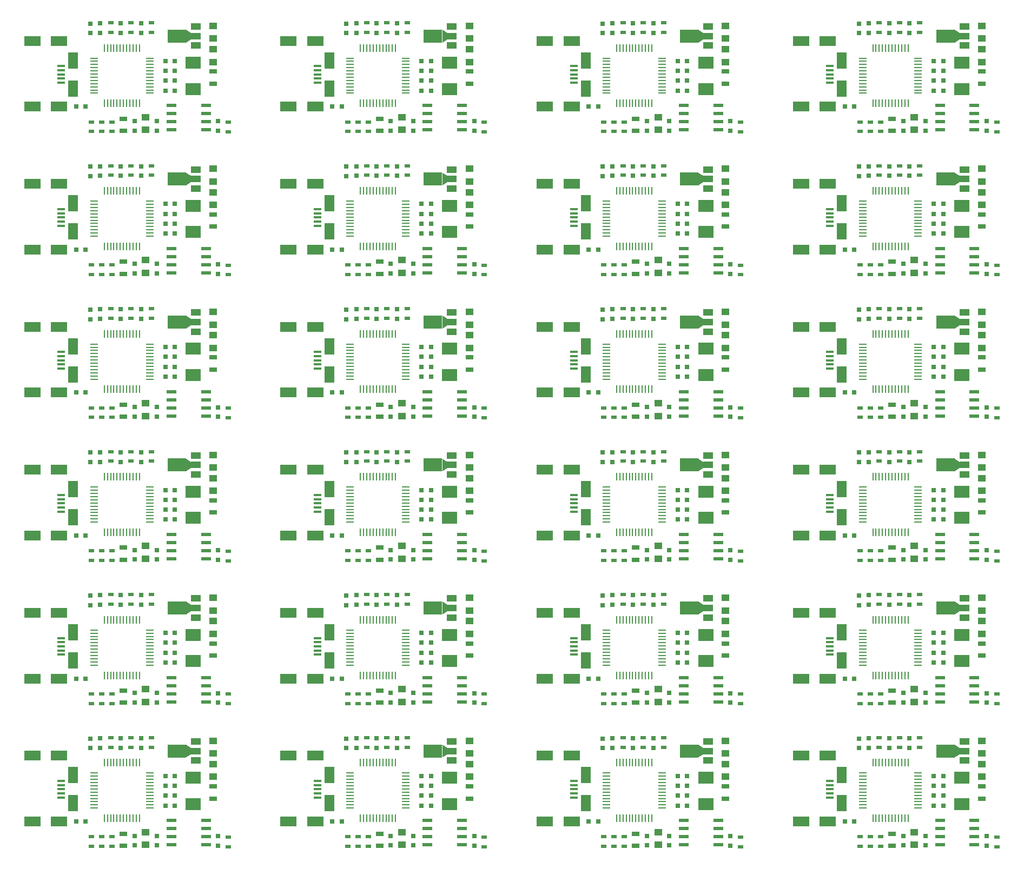
<source format=gtp>
G04 #@! TF.FileFunction,Paste,Top*
%FSLAX46Y46*%
G04 Gerber Fmt 4.6, Leading zero omitted, Abs format (unit mm)*
G04 Created by KiCad (PCBNEW 4.0.2+dfsg1-stable) date Fr 29 Apr 2016 12:30:28 CEST*
%MOMM*%
G01*
G04 APERTURE LIST*
%ADD10C,0.100000*%
%ADD11R,0.797560X0.797560*%
%ADD12R,0.800000X0.750000*%
%ADD13R,1.300000X0.250000*%
%ADD14R,0.250000X1.300000*%
%ADD15R,1.300000X0.700000*%
%ADD16R,0.900000X0.500000*%
%ADD17R,0.750000X0.800000*%
%ADD18R,1.250000X1.000000*%
%ADD19R,1.501140X1.000760*%
%ADD20R,2.999740X1.998980*%
%ADD21R,2.400000X1.900000*%
%ADD22R,1.550000X0.600000*%
%ADD23R,1.500000X2.500000*%
%ADD24R,2.500000X1.500000*%
%ADD25R,1.250000X0.400000*%
G04 APERTURE END LIST*
D10*
D11*
X177450000Y-144200700D03*
X177450000Y-145699300D03*
D12*
X184450000Y-150100000D03*
X185950000Y-150100000D03*
D13*
X182000000Y-155150000D03*
X182000000Y-154650000D03*
X182000000Y-154150000D03*
X182000000Y-153650000D03*
X182000000Y-153150000D03*
X182000000Y-152650000D03*
X182000000Y-152150000D03*
X182000000Y-151650000D03*
X182000000Y-151150000D03*
X182000000Y-150650000D03*
X182000000Y-150150000D03*
X182000000Y-149650000D03*
D14*
X180400000Y-148050000D03*
X179900000Y-148050000D03*
X179400000Y-148050000D03*
X178900000Y-148050000D03*
X178400000Y-148050000D03*
X177900000Y-148050000D03*
X177400000Y-148050000D03*
X176900000Y-148050000D03*
X176400000Y-148050000D03*
X175900000Y-148050000D03*
X175400000Y-148050000D03*
X174900000Y-148050000D03*
D13*
X173300000Y-149650000D03*
X173300000Y-150150000D03*
X173300000Y-150650000D03*
X173300000Y-151150000D03*
X173300000Y-151650000D03*
X173300000Y-152150000D03*
X173300000Y-152650000D03*
X173300000Y-153150000D03*
X173300000Y-153650000D03*
X173300000Y-154150000D03*
X173300000Y-154650000D03*
X173300000Y-155150000D03*
D14*
X174900000Y-156750000D03*
X175400000Y-156750000D03*
X175900000Y-156750000D03*
X176400000Y-156750000D03*
X176900000Y-156750000D03*
X177400000Y-156750000D03*
X177900000Y-156750000D03*
X178400000Y-156750000D03*
X178900000Y-156750000D03*
X179400000Y-156750000D03*
X179900000Y-156750000D03*
X180400000Y-156750000D03*
D12*
X184450000Y-151650000D03*
X185950000Y-151650000D03*
D15*
X191950000Y-151750000D03*
X191950000Y-153650000D03*
D16*
X194300000Y-161200000D03*
X194300000Y-159700000D03*
D17*
X192700000Y-161050000D03*
X192700000Y-159550000D03*
D18*
X191950000Y-148250000D03*
X191950000Y-150250000D03*
D16*
X182250000Y-144100000D03*
X182250000Y-145600000D03*
D18*
X191950000Y-144600000D03*
X191950000Y-146600000D03*
D19*
X189201660Y-147701140D03*
X189201660Y-146200000D03*
X189201660Y-144698860D03*
D20*
X186250180Y-146200000D03*
D10*
G36*
X187724650Y-145199240D02*
X188473950Y-145699620D01*
X188473950Y-146700380D01*
X187724650Y-147200760D01*
X187724650Y-145199240D01*
X187724650Y-145199240D01*
G37*
D16*
X194300000Y-138800000D03*
X194300000Y-137300000D03*
D15*
X177900000Y-161050000D03*
X177900000Y-159150000D03*
D16*
X176100000Y-161150000D03*
X176100000Y-159650000D03*
X174500000Y-159650000D03*
X174500000Y-161150000D03*
D18*
X181400000Y-158900000D03*
X181400000Y-160900000D03*
D17*
X179650000Y-159500000D03*
X179650000Y-161000000D03*
D12*
X185950000Y-154750000D03*
X184450000Y-154750000D03*
D21*
X188850000Y-150400000D03*
X188850000Y-154500000D03*
D17*
X183150000Y-159500000D03*
X183150000Y-161000000D03*
D22*
X185400000Y-157095000D03*
X185400000Y-158365000D03*
X185400000Y-159635000D03*
X185400000Y-160905000D03*
X190800000Y-160905000D03*
X190800000Y-159635000D03*
X190800000Y-158365000D03*
X190800000Y-157095000D03*
D12*
X185950000Y-153200000D03*
X184450000Y-153200000D03*
X144350000Y-151650000D03*
X145850000Y-151650000D03*
X145850000Y-154750000D03*
X144350000Y-154750000D03*
X144350000Y-150100000D03*
X145850000Y-150100000D03*
X145850000Y-153200000D03*
X144350000Y-153200000D03*
D16*
X142150000Y-144100000D03*
X142150000Y-145600000D03*
D19*
X149101660Y-147701140D03*
X149101660Y-146200000D03*
X149101660Y-144698860D03*
D20*
X146150180Y-146200000D03*
D10*
G36*
X147624650Y-145199240D02*
X148373950Y-145699620D01*
X148373950Y-146700380D01*
X147624650Y-147200760D01*
X147624650Y-145199240D01*
X147624650Y-145199240D01*
G37*
D21*
X148750000Y-150400000D03*
X148750000Y-154500000D03*
D12*
X172000000Y-157250000D03*
X170500000Y-157250000D03*
D16*
X172900000Y-138750000D03*
X172900000Y-137250000D03*
D17*
X172700000Y-145750000D03*
X172700000Y-144250000D03*
D15*
X151850000Y-151750000D03*
X151850000Y-153650000D03*
D17*
X152600000Y-161050000D03*
X152600000Y-159550000D03*
D22*
X145300000Y-157095000D03*
X145300000Y-158365000D03*
X145300000Y-159635000D03*
X145300000Y-160905000D03*
X150700000Y-160905000D03*
X150700000Y-159635000D03*
X150700000Y-158365000D03*
X150700000Y-157095000D03*
D18*
X151850000Y-148250000D03*
X151850000Y-150250000D03*
X151850000Y-144600000D03*
X151850000Y-146600000D03*
D23*
X170050000Y-154400000D03*
X170050000Y-150000000D03*
D24*
X167850000Y-146950000D03*
X163650000Y-146950000D03*
X167850000Y-157250000D03*
D25*
X168175000Y-153500000D03*
X168175000Y-152850000D03*
X168175000Y-150900000D03*
X168175000Y-151550000D03*
X168175000Y-152200000D03*
D24*
X163650000Y-157250000D03*
D16*
X172900000Y-161150000D03*
X172900000Y-159650000D03*
X154200000Y-161200000D03*
X154200000Y-159700000D03*
D11*
X134150000Y-144200700D03*
X134150000Y-145699300D03*
X140550000Y-144200700D03*
X140550000Y-145699300D03*
D16*
X135800000Y-144100000D03*
X135800000Y-145600000D03*
D11*
X137350000Y-144200700D03*
X137350000Y-145699300D03*
D16*
X138950000Y-144100000D03*
X138950000Y-145600000D03*
D17*
X132600000Y-145750000D03*
X132600000Y-144250000D03*
X139550000Y-159500000D03*
X139550000Y-161000000D03*
D18*
X141300000Y-158900000D03*
X141300000Y-160900000D03*
D17*
X143050000Y-159500000D03*
X143050000Y-161000000D03*
D15*
X137800000Y-161050000D03*
X137800000Y-159150000D03*
D13*
X141900000Y-155150000D03*
X141900000Y-154650000D03*
X141900000Y-154150000D03*
X141900000Y-153650000D03*
X141900000Y-153150000D03*
X141900000Y-152650000D03*
X141900000Y-152150000D03*
X141900000Y-151650000D03*
X141900000Y-151150000D03*
X141900000Y-150650000D03*
X141900000Y-150150000D03*
X141900000Y-149650000D03*
D14*
X140300000Y-148050000D03*
X139800000Y-148050000D03*
X139300000Y-148050000D03*
X138800000Y-148050000D03*
X138300000Y-148050000D03*
X137800000Y-148050000D03*
X137300000Y-148050000D03*
X136800000Y-148050000D03*
X136300000Y-148050000D03*
X135800000Y-148050000D03*
X135300000Y-148050000D03*
X134800000Y-148050000D03*
D13*
X133200000Y-149650000D03*
X133200000Y-150150000D03*
X133200000Y-150650000D03*
X133200000Y-151150000D03*
X133200000Y-151650000D03*
X133200000Y-152150000D03*
X133200000Y-152650000D03*
X133200000Y-153150000D03*
X133200000Y-153650000D03*
X133200000Y-154150000D03*
X133200000Y-154650000D03*
X133200000Y-155150000D03*
D14*
X134800000Y-156750000D03*
X135300000Y-156750000D03*
X135800000Y-156750000D03*
X136300000Y-156750000D03*
X136800000Y-156750000D03*
X137300000Y-156750000D03*
X137800000Y-156750000D03*
X138300000Y-156750000D03*
X138800000Y-156750000D03*
X139300000Y-156750000D03*
X139800000Y-156750000D03*
X140300000Y-156750000D03*
D12*
X131900000Y-157250000D03*
X130400000Y-157250000D03*
D16*
X132800000Y-161150000D03*
X132800000Y-159650000D03*
X136000000Y-161150000D03*
X136000000Y-159650000D03*
X134400000Y-159650000D03*
X134400000Y-161150000D03*
D17*
X139550000Y-137100000D03*
X139550000Y-138600000D03*
D18*
X141300000Y-136500000D03*
X141300000Y-138500000D03*
D15*
X137800000Y-138650000D03*
X137800000Y-136750000D03*
D17*
X143050000Y-137100000D03*
X143050000Y-138600000D03*
D18*
X151850000Y-99800000D03*
X151850000Y-101800000D03*
X151850000Y-103450000D03*
X151850000Y-105450000D03*
D19*
X149101660Y-102901140D03*
X149101660Y-101400000D03*
X149101660Y-99898860D03*
D20*
X146150180Y-101400000D03*
D10*
G36*
X147624650Y-100399240D02*
X148373950Y-100899620D01*
X148373950Y-101900380D01*
X147624650Y-102400760D01*
X147624650Y-100399240D01*
X147624650Y-100399240D01*
G37*
D15*
X151850000Y-106950000D03*
X151850000Y-108850000D03*
D13*
X141900000Y-110350000D03*
X141900000Y-109850000D03*
X141900000Y-109350000D03*
X141900000Y-108850000D03*
X141900000Y-108350000D03*
X141900000Y-107850000D03*
X141900000Y-107350000D03*
X141900000Y-106850000D03*
X141900000Y-106350000D03*
X141900000Y-105850000D03*
X141900000Y-105350000D03*
X141900000Y-104850000D03*
D14*
X140300000Y-103250000D03*
X139800000Y-103250000D03*
X139300000Y-103250000D03*
X138800000Y-103250000D03*
X138300000Y-103250000D03*
X137800000Y-103250000D03*
X137300000Y-103250000D03*
X136800000Y-103250000D03*
X136300000Y-103250000D03*
X135800000Y-103250000D03*
X135300000Y-103250000D03*
X134800000Y-103250000D03*
D13*
X133200000Y-104850000D03*
X133200000Y-105350000D03*
X133200000Y-105850000D03*
X133200000Y-106350000D03*
X133200000Y-106850000D03*
X133200000Y-107350000D03*
X133200000Y-107850000D03*
X133200000Y-108350000D03*
X133200000Y-108850000D03*
X133200000Y-109350000D03*
X133200000Y-109850000D03*
X133200000Y-110350000D03*
D14*
X134800000Y-111950000D03*
X135300000Y-111950000D03*
X135800000Y-111950000D03*
X136300000Y-111950000D03*
X136800000Y-111950000D03*
X137300000Y-111950000D03*
X137800000Y-111950000D03*
X138300000Y-111950000D03*
X138800000Y-111950000D03*
X139300000Y-111950000D03*
X139800000Y-111950000D03*
X140300000Y-111950000D03*
D16*
X138950000Y-99300000D03*
X138950000Y-100800000D03*
X142150000Y-99300000D03*
X142150000Y-100800000D03*
D11*
X140550000Y-99400700D03*
X140550000Y-100899300D03*
D16*
X135800000Y-99300000D03*
X135800000Y-100800000D03*
D11*
X137350000Y-99400700D03*
X137350000Y-100899300D03*
D17*
X132600000Y-100950000D03*
X132600000Y-99450000D03*
D11*
X134150000Y-99400700D03*
X134150000Y-100899300D03*
D12*
X145850000Y-109950000D03*
X144350000Y-109950000D03*
X144350000Y-105300000D03*
X145850000Y-105300000D03*
X145850000Y-108400000D03*
X144350000Y-108400000D03*
X144350000Y-106850000D03*
X145850000Y-106850000D03*
D21*
X148750000Y-105600000D03*
X148750000Y-109700000D03*
D22*
X145300000Y-112295000D03*
X145300000Y-113565000D03*
X145300000Y-114835000D03*
X145300000Y-116105000D03*
X150700000Y-116105000D03*
X150700000Y-114835000D03*
X150700000Y-113565000D03*
X150700000Y-112295000D03*
D17*
X143050000Y-114700000D03*
X143050000Y-116200000D03*
D15*
X137800000Y-116250000D03*
X137800000Y-114350000D03*
D18*
X141300000Y-114100000D03*
X141300000Y-116100000D03*
D17*
X139550000Y-114700000D03*
X139550000Y-116200000D03*
D16*
X132800000Y-116350000D03*
X132800000Y-114850000D03*
D12*
X131900000Y-112450000D03*
X130400000Y-112450000D03*
D16*
X134400000Y-114850000D03*
X134400000Y-116350000D03*
X136000000Y-116350000D03*
X136000000Y-114850000D03*
D11*
X180650000Y-144200700D03*
X180650000Y-145699300D03*
D16*
X179050000Y-144100000D03*
X179050000Y-145600000D03*
X175900000Y-144100000D03*
X175900000Y-145600000D03*
D11*
X174250000Y-144200700D03*
X174250000Y-145699300D03*
D17*
X183150000Y-137100000D03*
X183150000Y-138600000D03*
X179650000Y-137100000D03*
X179650000Y-138600000D03*
D16*
X176100000Y-138750000D03*
X176100000Y-137250000D03*
X174500000Y-137250000D03*
X174500000Y-138750000D03*
D15*
X177900000Y-138650000D03*
X177900000Y-136750000D03*
D12*
X185950000Y-132350000D03*
X184450000Y-132350000D03*
X185950000Y-130800000D03*
X184450000Y-130800000D03*
X184450000Y-129250000D03*
X185950000Y-129250000D03*
X184450000Y-127700000D03*
X185950000Y-127700000D03*
D13*
X182000000Y-132750000D03*
X182000000Y-132250000D03*
X182000000Y-131750000D03*
X182000000Y-131250000D03*
X182000000Y-130750000D03*
X182000000Y-130250000D03*
X182000000Y-129750000D03*
X182000000Y-129250000D03*
X182000000Y-128750000D03*
X182000000Y-128250000D03*
X182000000Y-127750000D03*
X182000000Y-127250000D03*
D14*
X180400000Y-125650000D03*
X179900000Y-125650000D03*
X179400000Y-125650000D03*
X178900000Y-125650000D03*
X178400000Y-125650000D03*
X177900000Y-125650000D03*
X177400000Y-125650000D03*
X176900000Y-125650000D03*
X176400000Y-125650000D03*
X175900000Y-125650000D03*
X175400000Y-125650000D03*
X174900000Y-125650000D03*
D13*
X173300000Y-127250000D03*
X173300000Y-127750000D03*
X173300000Y-128250000D03*
X173300000Y-128750000D03*
X173300000Y-129250000D03*
X173300000Y-129750000D03*
X173300000Y-130250000D03*
X173300000Y-130750000D03*
X173300000Y-131250000D03*
X173300000Y-131750000D03*
X173300000Y-132250000D03*
X173300000Y-132750000D03*
D14*
X174900000Y-134350000D03*
X175400000Y-134350000D03*
X175900000Y-134350000D03*
X176400000Y-134350000D03*
X176900000Y-134350000D03*
X177400000Y-134350000D03*
X177900000Y-134350000D03*
X178400000Y-134350000D03*
X178900000Y-134350000D03*
X179400000Y-134350000D03*
X179900000Y-134350000D03*
X180400000Y-134350000D03*
D18*
X181400000Y-136500000D03*
X181400000Y-138500000D03*
D22*
X185400000Y-134695000D03*
X185400000Y-135965000D03*
X185400000Y-137235000D03*
X185400000Y-138505000D03*
X190800000Y-138505000D03*
X190800000Y-137235000D03*
X190800000Y-135965000D03*
X190800000Y-134695000D03*
D21*
X188850000Y-128000000D03*
X188850000Y-132100000D03*
D15*
X191950000Y-129350000D03*
X191950000Y-131250000D03*
D18*
X191950000Y-125850000D03*
X191950000Y-127850000D03*
D17*
X192700000Y-138650000D03*
X192700000Y-137150000D03*
D18*
X151850000Y-125850000D03*
X151850000Y-127850000D03*
X151850000Y-122200000D03*
X151850000Y-124200000D03*
D19*
X149101660Y-125301140D03*
X149101660Y-123800000D03*
X149101660Y-122298860D03*
D20*
X146150180Y-123800000D03*
D10*
G36*
X147624650Y-122799240D02*
X148373950Y-123299620D01*
X148373950Y-124300380D01*
X147624650Y-124800760D01*
X147624650Y-122799240D01*
X147624650Y-122799240D01*
G37*
D21*
X148750000Y-128000000D03*
X148750000Y-132100000D03*
D16*
X135800000Y-121700000D03*
X135800000Y-123200000D03*
D17*
X132600000Y-123350000D03*
X132600000Y-121850000D03*
D11*
X134150000Y-121800700D03*
X134150000Y-123299300D03*
X137350000Y-121800700D03*
X137350000Y-123299300D03*
D22*
X145300000Y-134695000D03*
X145300000Y-135965000D03*
X145300000Y-137235000D03*
X145300000Y-138505000D03*
X150700000Y-138505000D03*
X150700000Y-137235000D03*
X150700000Y-135965000D03*
X150700000Y-134695000D03*
D16*
X154200000Y-138800000D03*
X154200000Y-137300000D03*
D17*
X152600000Y-138650000D03*
X152600000Y-137150000D03*
D15*
X151850000Y-129350000D03*
X151850000Y-131250000D03*
D12*
X172000000Y-134850000D03*
X170500000Y-134850000D03*
D17*
X152600000Y-116250000D03*
X152600000Y-114750000D03*
D23*
X170050000Y-132000000D03*
X170050000Y-127600000D03*
D24*
X167850000Y-124550000D03*
X163650000Y-124550000D03*
X167850000Y-134850000D03*
D25*
X168175000Y-131100000D03*
X168175000Y-130450000D03*
X168175000Y-128500000D03*
X168175000Y-129150000D03*
X168175000Y-129800000D03*
D24*
X163650000Y-134850000D03*
D12*
X172000000Y-112450000D03*
X170500000Y-112450000D03*
D16*
X142150000Y-121700000D03*
X142150000Y-123200000D03*
D13*
X141900000Y-132750000D03*
X141900000Y-132250000D03*
X141900000Y-131750000D03*
X141900000Y-131250000D03*
X141900000Y-130750000D03*
X141900000Y-130250000D03*
X141900000Y-129750000D03*
X141900000Y-129250000D03*
X141900000Y-128750000D03*
X141900000Y-128250000D03*
X141900000Y-127750000D03*
X141900000Y-127250000D03*
D14*
X140300000Y-125650000D03*
X139800000Y-125650000D03*
X139300000Y-125650000D03*
X138800000Y-125650000D03*
X138300000Y-125650000D03*
X137800000Y-125650000D03*
X137300000Y-125650000D03*
X136800000Y-125650000D03*
X136300000Y-125650000D03*
X135800000Y-125650000D03*
X135300000Y-125650000D03*
X134800000Y-125650000D03*
D13*
X133200000Y-127250000D03*
X133200000Y-127750000D03*
X133200000Y-128250000D03*
X133200000Y-128750000D03*
X133200000Y-129250000D03*
X133200000Y-129750000D03*
X133200000Y-130250000D03*
X133200000Y-130750000D03*
X133200000Y-131250000D03*
X133200000Y-131750000D03*
X133200000Y-132250000D03*
X133200000Y-132750000D03*
D14*
X134800000Y-134350000D03*
X135300000Y-134350000D03*
X135800000Y-134350000D03*
X136300000Y-134350000D03*
X136800000Y-134350000D03*
X137300000Y-134350000D03*
X137800000Y-134350000D03*
X138300000Y-134350000D03*
X138800000Y-134350000D03*
X139300000Y-134350000D03*
X139800000Y-134350000D03*
X140300000Y-134350000D03*
D11*
X140550000Y-121800700D03*
X140550000Y-123299300D03*
D16*
X138950000Y-121700000D03*
X138950000Y-123200000D03*
D12*
X144350000Y-127700000D03*
X145850000Y-127700000D03*
X145850000Y-130800000D03*
X144350000Y-130800000D03*
X144350000Y-129250000D03*
X145850000Y-129250000D03*
X145850000Y-132350000D03*
X144350000Y-132350000D03*
X131900000Y-134850000D03*
X130400000Y-134850000D03*
D16*
X134400000Y-137250000D03*
X134400000Y-138750000D03*
X136000000Y-138750000D03*
X136000000Y-137250000D03*
X132800000Y-138750000D03*
X132800000Y-137250000D03*
X194300000Y-116400000D03*
X194300000Y-114900000D03*
D15*
X191950000Y-106950000D03*
X191950000Y-108850000D03*
D18*
X191950000Y-99800000D03*
X191950000Y-101800000D03*
D19*
X189201660Y-102901140D03*
X189201660Y-101400000D03*
X189201660Y-99898860D03*
D20*
X186250180Y-101400000D03*
D10*
G36*
X187724650Y-100399240D02*
X188473950Y-100899620D01*
X188473950Y-101900380D01*
X187724650Y-102400760D01*
X187724650Y-100399240D01*
X187724650Y-100399240D01*
G37*
D18*
X191950000Y-103450000D03*
X191950000Y-105450000D03*
D12*
X185950000Y-109950000D03*
X184450000Y-109950000D03*
X185950000Y-108400000D03*
X184450000Y-108400000D03*
X184450000Y-106850000D03*
X185950000Y-106850000D03*
X184450000Y-105300000D03*
X185950000Y-105300000D03*
D21*
X188850000Y-105600000D03*
X188850000Y-109700000D03*
D18*
X191950000Y-122200000D03*
X191950000Y-124200000D03*
D22*
X185400000Y-112295000D03*
X185400000Y-113565000D03*
X185400000Y-114835000D03*
X185400000Y-116105000D03*
X190800000Y-116105000D03*
X190800000Y-114835000D03*
X190800000Y-113565000D03*
X190800000Y-112295000D03*
D19*
X189201660Y-125301140D03*
X189201660Y-123800000D03*
X189201660Y-122298860D03*
D20*
X186250180Y-123800000D03*
D10*
G36*
X187724650Y-122799240D02*
X188473950Y-123299620D01*
X188473950Y-124300380D01*
X187724650Y-124800760D01*
X187724650Y-122799240D01*
X187724650Y-122799240D01*
G37*
D17*
X192700000Y-116250000D03*
X192700000Y-114750000D03*
D16*
X182250000Y-121700000D03*
X182250000Y-123200000D03*
X179050000Y-121700000D03*
X179050000Y-123200000D03*
D11*
X174250000Y-121800700D03*
X174250000Y-123299300D03*
D17*
X172700000Y-123350000D03*
X172700000Y-121850000D03*
D16*
X175900000Y-121700000D03*
X175900000Y-123200000D03*
D11*
X177450000Y-121800700D03*
X177450000Y-123299300D03*
X180650000Y-121800700D03*
X180650000Y-123299300D03*
D16*
X182250000Y-99300000D03*
X182250000Y-100800000D03*
D11*
X180650000Y-99400700D03*
X180650000Y-100899300D03*
D18*
X181400000Y-114100000D03*
X181400000Y-116100000D03*
D13*
X182000000Y-110350000D03*
X182000000Y-109850000D03*
X182000000Y-109350000D03*
X182000000Y-108850000D03*
X182000000Y-108350000D03*
X182000000Y-107850000D03*
X182000000Y-107350000D03*
X182000000Y-106850000D03*
X182000000Y-106350000D03*
X182000000Y-105850000D03*
X182000000Y-105350000D03*
X182000000Y-104850000D03*
D14*
X180400000Y-103250000D03*
X179900000Y-103250000D03*
X179400000Y-103250000D03*
X178900000Y-103250000D03*
X178400000Y-103250000D03*
X177900000Y-103250000D03*
X177400000Y-103250000D03*
X176900000Y-103250000D03*
X176400000Y-103250000D03*
X175900000Y-103250000D03*
X175400000Y-103250000D03*
X174900000Y-103250000D03*
D13*
X173300000Y-104850000D03*
X173300000Y-105350000D03*
X173300000Y-105850000D03*
X173300000Y-106350000D03*
X173300000Y-106850000D03*
X173300000Y-107350000D03*
X173300000Y-107850000D03*
X173300000Y-108350000D03*
X173300000Y-108850000D03*
X173300000Y-109350000D03*
X173300000Y-109850000D03*
X173300000Y-110350000D03*
D14*
X174900000Y-111950000D03*
X175400000Y-111950000D03*
X175900000Y-111950000D03*
X176400000Y-111950000D03*
X176900000Y-111950000D03*
X177400000Y-111950000D03*
X177900000Y-111950000D03*
X178400000Y-111950000D03*
X178900000Y-111950000D03*
X179400000Y-111950000D03*
X179900000Y-111950000D03*
X180400000Y-111950000D03*
D15*
X177900000Y-116250000D03*
X177900000Y-114350000D03*
D16*
X179050000Y-99300000D03*
X179050000Y-100800000D03*
X175900000Y-99300000D03*
X175900000Y-100800000D03*
D17*
X172700000Y-100950000D03*
X172700000Y-99450000D03*
D11*
X177450000Y-99400700D03*
X177450000Y-100899300D03*
X174250000Y-99400700D03*
X174250000Y-100899300D03*
D23*
X170050000Y-109600000D03*
X170050000Y-105200000D03*
D24*
X167850000Y-102150000D03*
X163650000Y-102150000D03*
X167850000Y-112450000D03*
D25*
X168175000Y-108700000D03*
X168175000Y-108050000D03*
X168175000Y-106100000D03*
X168175000Y-106750000D03*
X168175000Y-107400000D03*
D24*
X163650000Y-112450000D03*
D16*
X174500000Y-114850000D03*
X174500000Y-116350000D03*
X176100000Y-116350000D03*
X176100000Y-114850000D03*
X172900000Y-116350000D03*
X172900000Y-114850000D03*
D17*
X179650000Y-114700000D03*
X179650000Y-116200000D03*
X183150000Y-114700000D03*
X183150000Y-116200000D03*
D16*
X154200000Y-116400000D03*
X154200000Y-114900000D03*
D17*
X72400000Y-161050000D03*
X72400000Y-159550000D03*
D15*
X71650000Y-151750000D03*
X71650000Y-153650000D03*
D22*
X65100000Y-157095000D03*
X65100000Y-158365000D03*
X65100000Y-159635000D03*
X65100000Y-160905000D03*
X70500000Y-160905000D03*
X70500000Y-159635000D03*
X70500000Y-158365000D03*
X70500000Y-157095000D03*
D16*
X74000000Y-161200000D03*
X74000000Y-159700000D03*
D18*
X71650000Y-148250000D03*
X71650000Y-150250000D03*
D12*
X65650000Y-153200000D03*
X64150000Y-153200000D03*
X65650000Y-154750000D03*
X64150000Y-154750000D03*
D21*
X68550000Y-150400000D03*
X68550000Y-154500000D03*
D12*
X64150000Y-150100000D03*
X65650000Y-150100000D03*
X64150000Y-151650000D03*
X65650000Y-151650000D03*
D11*
X53950000Y-144200700D03*
X53950000Y-145699300D03*
D12*
X51700000Y-157250000D03*
X50200000Y-157250000D03*
D17*
X52400000Y-145750000D03*
X52400000Y-144250000D03*
D23*
X49750000Y-154400000D03*
X49750000Y-150000000D03*
D24*
X47550000Y-146950000D03*
X43350000Y-146950000D03*
X47550000Y-157250000D03*
D25*
X47875000Y-153500000D03*
X47875000Y-152850000D03*
X47875000Y-150900000D03*
X47875000Y-151550000D03*
X47875000Y-152200000D03*
D24*
X43350000Y-157250000D03*
D16*
X52600000Y-161150000D03*
X52600000Y-159650000D03*
D17*
X59350000Y-159500000D03*
X59350000Y-161000000D03*
D16*
X55800000Y-161150000D03*
X55800000Y-159650000D03*
D17*
X62850000Y-159500000D03*
X62850000Y-161000000D03*
D18*
X61100000Y-158900000D03*
X61100000Y-160900000D03*
D15*
X57600000Y-161050000D03*
X57600000Y-159150000D03*
D13*
X61700000Y-155150000D03*
X61700000Y-154650000D03*
X61700000Y-154150000D03*
X61700000Y-153650000D03*
X61700000Y-153150000D03*
X61700000Y-152650000D03*
X61700000Y-152150000D03*
X61700000Y-151650000D03*
X61700000Y-151150000D03*
X61700000Y-150650000D03*
X61700000Y-150150000D03*
X61700000Y-149650000D03*
D14*
X60100000Y-148050000D03*
X59600000Y-148050000D03*
X59100000Y-148050000D03*
X58600000Y-148050000D03*
X58100000Y-148050000D03*
X57600000Y-148050000D03*
X57100000Y-148050000D03*
X56600000Y-148050000D03*
X56100000Y-148050000D03*
X55600000Y-148050000D03*
X55100000Y-148050000D03*
X54600000Y-148050000D03*
D13*
X53000000Y-149650000D03*
X53000000Y-150150000D03*
X53000000Y-150650000D03*
X53000000Y-151150000D03*
X53000000Y-151650000D03*
X53000000Y-152150000D03*
X53000000Y-152650000D03*
X53000000Y-153150000D03*
X53000000Y-153650000D03*
X53000000Y-154150000D03*
X53000000Y-154650000D03*
X53000000Y-155150000D03*
D14*
X54600000Y-156750000D03*
X55100000Y-156750000D03*
X55600000Y-156750000D03*
X56100000Y-156750000D03*
X56600000Y-156750000D03*
X57100000Y-156750000D03*
X57600000Y-156750000D03*
X58100000Y-156750000D03*
X58600000Y-156750000D03*
X59100000Y-156750000D03*
X59600000Y-156750000D03*
X60100000Y-156750000D03*
D16*
X54200000Y-159650000D03*
X54200000Y-161150000D03*
D11*
X60350000Y-144200700D03*
X60350000Y-145699300D03*
X57150000Y-144200700D03*
X57150000Y-145699300D03*
D18*
X61100000Y-136500000D03*
X61100000Y-138500000D03*
D17*
X62850000Y-137100000D03*
X62850000Y-138600000D03*
D18*
X71650000Y-144600000D03*
X71650000Y-146600000D03*
D16*
X74000000Y-138800000D03*
X74000000Y-137300000D03*
D17*
X72400000Y-138650000D03*
X72400000Y-137150000D03*
D19*
X68901660Y-147701140D03*
X68901660Y-146200000D03*
X68901660Y-144698860D03*
D20*
X65950180Y-146200000D03*
D10*
G36*
X67424650Y-145199240D02*
X68173950Y-145699620D01*
X68173950Y-146700380D01*
X67424650Y-147200760D01*
X67424650Y-145199240D01*
X67424650Y-145199240D01*
G37*
D22*
X65100000Y-134695000D03*
X65100000Y-135965000D03*
X65100000Y-137235000D03*
X65100000Y-138505000D03*
X70500000Y-138505000D03*
X70500000Y-137235000D03*
X70500000Y-135965000D03*
X70500000Y-134695000D03*
D16*
X95700000Y-121700000D03*
X95700000Y-123200000D03*
D11*
X94050000Y-121800700D03*
X94050000Y-123299300D03*
D16*
X98850000Y-121700000D03*
X98850000Y-123200000D03*
X102050000Y-121700000D03*
X102050000Y-123200000D03*
D11*
X100450000Y-121800700D03*
X100450000Y-123299300D03*
X97250000Y-121800700D03*
X97250000Y-123299300D03*
D16*
X94300000Y-137250000D03*
X94300000Y-138750000D03*
D15*
X97700000Y-138650000D03*
X97700000Y-136750000D03*
D17*
X102950000Y-137100000D03*
X102950000Y-138600000D03*
D16*
X95900000Y-138750000D03*
X95900000Y-137250000D03*
D18*
X101200000Y-136500000D03*
X101200000Y-138500000D03*
D17*
X99450000Y-137100000D03*
X99450000Y-138600000D03*
D23*
X89850000Y-132000000D03*
X89850000Y-127600000D03*
D24*
X87650000Y-124550000D03*
X83450000Y-124550000D03*
X87650000Y-134850000D03*
D25*
X87975000Y-131100000D03*
X87975000Y-130450000D03*
X87975000Y-128500000D03*
X87975000Y-129150000D03*
X87975000Y-129800000D03*
D24*
X83450000Y-134850000D03*
D16*
X92700000Y-138750000D03*
X92700000Y-137250000D03*
D17*
X92500000Y-123350000D03*
X92500000Y-121850000D03*
D12*
X91800000Y-134850000D03*
X90300000Y-134850000D03*
D13*
X101800000Y-132750000D03*
X101800000Y-132250000D03*
X101800000Y-131750000D03*
X101800000Y-131250000D03*
X101800000Y-130750000D03*
X101800000Y-130250000D03*
X101800000Y-129750000D03*
X101800000Y-129250000D03*
X101800000Y-128750000D03*
X101800000Y-128250000D03*
X101800000Y-127750000D03*
X101800000Y-127250000D03*
D14*
X100200000Y-125650000D03*
X99700000Y-125650000D03*
X99200000Y-125650000D03*
X98700000Y-125650000D03*
X98200000Y-125650000D03*
X97700000Y-125650000D03*
X97200000Y-125650000D03*
X96700000Y-125650000D03*
X96200000Y-125650000D03*
X95700000Y-125650000D03*
X95200000Y-125650000D03*
X94700000Y-125650000D03*
D13*
X93100000Y-127250000D03*
X93100000Y-127750000D03*
X93100000Y-128250000D03*
X93100000Y-128750000D03*
X93100000Y-129250000D03*
X93100000Y-129750000D03*
X93100000Y-130250000D03*
X93100000Y-130750000D03*
X93100000Y-131250000D03*
X93100000Y-131750000D03*
X93100000Y-132250000D03*
X93100000Y-132750000D03*
D14*
X94700000Y-134350000D03*
X95200000Y-134350000D03*
X95700000Y-134350000D03*
X96200000Y-134350000D03*
X96700000Y-134350000D03*
X97200000Y-134350000D03*
X97700000Y-134350000D03*
X98200000Y-134350000D03*
X98700000Y-134350000D03*
X99200000Y-134350000D03*
X99700000Y-134350000D03*
X100200000Y-134350000D03*
D12*
X104250000Y-127700000D03*
X105750000Y-127700000D03*
X104250000Y-129250000D03*
X105750000Y-129250000D03*
X105750000Y-130800000D03*
X104250000Y-130800000D03*
X105750000Y-132350000D03*
X104250000Y-132350000D03*
D17*
X102950000Y-114700000D03*
X102950000Y-116200000D03*
X99450000Y-114700000D03*
X99450000Y-116200000D03*
D16*
X95900000Y-116350000D03*
X95900000Y-114850000D03*
X94300000Y-114850000D03*
X94300000Y-116350000D03*
D15*
X97700000Y-116250000D03*
X97700000Y-114350000D03*
D16*
X92700000Y-116350000D03*
X92700000Y-114850000D03*
D13*
X61700000Y-110350000D03*
X61700000Y-109850000D03*
X61700000Y-109350000D03*
X61700000Y-108850000D03*
X61700000Y-108350000D03*
X61700000Y-107850000D03*
X61700000Y-107350000D03*
X61700000Y-106850000D03*
X61700000Y-106350000D03*
X61700000Y-105850000D03*
X61700000Y-105350000D03*
X61700000Y-104850000D03*
D14*
X60100000Y-103250000D03*
X59600000Y-103250000D03*
X59100000Y-103250000D03*
X58600000Y-103250000D03*
X58100000Y-103250000D03*
X57600000Y-103250000D03*
X57100000Y-103250000D03*
X56600000Y-103250000D03*
X56100000Y-103250000D03*
X55600000Y-103250000D03*
X55100000Y-103250000D03*
X54600000Y-103250000D03*
D13*
X53000000Y-104850000D03*
X53000000Y-105350000D03*
X53000000Y-105850000D03*
X53000000Y-106350000D03*
X53000000Y-106850000D03*
X53000000Y-107350000D03*
X53000000Y-107850000D03*
X53000000Y-108350000D03*
X53000000Y-108850000D03*
X53000000Y-109350000D03*
X53000000Y-109850000D03*
X53000000Y-110350000D03*
D14*
X54600000Y-111950000D03*
X55100000Y-111950000D03*
X55600000Y-111950000D03*
X56100000Y-111950000D03*
X56600000Y-111950000D03*
X57100000Y-111950000D03*
X57600000Y-111950000D03*
X58100000Y-111950000D03*
X58600000Y-111950000D03*
X59100000Y-111950000D03*
X59600000Y-111950000D03*
X60100000Y-111950000D03*
D11*
X53950000Y-99400700D03*
X53950000Y-100899300D03*
D17*
X52400000Y-100950000D03*
X52400000Y-99450000D03*
D16*
X55600000Y-99300000D03*
X55600000Y-100800000D03*
D17*
X52400000Y-123350000D03*
X52400000Y-121850000D03*
D23*
X49750000Y-109600000D03*
X49750000Y-105200000D03*
D24*
X47550000Y-102150000D03*
X43350000Y-102150000D03*
X47550000Y-112450000D03*
D25*
X47875000Y-108700000D03*
X47875000Y-108050000D03*
X47875000Y-106100000D03*
X47875000Y-106750000D03*
X47875000Y-107400000D03*
D24*
X43350000Y-112450000D03*
D12*
X51700000Y-112450000D03*
X50200000Y-112450000D03*
D11*
X53950000Y-121800700D03*
X53950000Y-123299300D03*
D16*
X61950000Y-121700000D03*
X61950000Y-123200000D03*
X55600000Y-121700000D03*
X55600000Y-123200000D03*
X58750000Y-121700000D03*
X58750000Y-123200000D03*
D11*
X57150000Y-121800700D03*
X57150000Y-123299300D03*
X60350000Y-121800700D03*
X60350000Y-123299300D03*
D18*
X61100000Y-114100000D03*
X61100000Y-116100000D03*
D17*
X59350000Y-114700000D03*
X59350000Y-116200000D03*
D15*
X57600000Y-116250000D03*
X57600000Y-114350000D03*
D16*
X52600000Y-116350000D03*
X52600000Y-114850000D03*
X55800000Y-116350000D03*
X55800000Y-114850000D03*
X54200000Y-114850000D03*
X54200000Y-116350000D03*
X102050000Y-99300000D03*
X102050000Y-100800000D03*
D11*
X100450000Y-99400700D03*
X100450000Y-100899300D03*
D18*
X101200000Y-114100000D03*
X101200000Y-116100000D03*
D13*
X101800000Y-110350000D03*
X101800000Y-109850000D03*
X101800000Y-109350000D03*
X101800000Y-108850000D03*
X101800000Y-108350000D03*
X101800000Y-107850000D03*
X101800000Y-107350000D03*
X101800000Y-106850000D03*
X101800000Y-106350000D03*
X101800000Y-105850000D03*
X101800000Y-105350000D03*
X101800000Y-104850000D03*
D14*
X100200000Y-103250000D03*
X99700000Y-103250000D03*
X99200000Y-103250000D03*
X98700000Y-103250000D03*
X98200000Y-103250000D03*
X97700000Y-103250000D03*
X97200000Y-103250000D03*
X96700000Y-103250000D03*
X96200000Y-103250000D03*
X95700000Y-103250000D03*
X95200000Y-103250000D03*
X94700000Y-103250000D03*
D13*
X93100000Y-104850000D03*
X93100000Y-105350000D03*
X93100000Y-105850000D03*
X93100000Y-106350000D03*
X93100000Y-106850000D03*
X93100000Y-107350000D03*
X93100000Y-107850000D03*
X93100000Y-108350000D03*
X93100000Y-108850000D03*
X93100000Y-109350000D03*
X93100000Y-109850000D03*
X93100000Y-110350000D03*
D14*
X94700000Y-111950000D03*
X95200000Y-111950000D03*
X95700000Y-111950000D03*
X96200000Y-111950000D03*
X96700000Y-111950000D03*
X97200000Y-111950000D03*
X97700000Y-111950000D03*
X98200000Y-111950000D03*
X98700000Y-111950000D03*
X99200000Y-111950000D03*
X99700000Y-111950000D03*
X100200000Y-111950000D03*
D16*
X98850000Y-99300000D03*
X98850000Y-100800000D03*
D11*
X94050000Y-99400700D03*
X94050000Y-100899300D03*
D17*
X92500000Y-100950000D03*
X92500000Y-99450000D03*
D16*
X95700000Y-99300000D03*
X95700000Y-100800000D03*
D11*
X97250000Y-99400700D03*
X97250000Y-100899300D03*
D17*
X72400000Y-116250000D03*
X72400000Y-114750000D03*
D16*
X74000000Y-116400000D03*
X74000000Y-114900000D03*
X58750000Y-99300000D03*
X58750000Y-100800000D03*
D11*
X57150000Y-99400700D03*
X57150000Y-100899300D03*
X60350000Y-99400700D03*
X60350000Y-100899300D03*
D16*
X61950000Y-99300000D03*
X61950000Y-100800000D03*
D17*
X62850000Y-114700000D03*
X62850000Y-116200000D03*
D12*
X65650000Y-109950000D03*
X64150000Y-109950000D03*
D22*
X65100000Y-112295000D03*
X65100000Y-113565000D03*
X65100000Y-114835000D03*
X65100000Y-116105000D03*
X70500000Y-116105000D03*
X70500000Y-114835000D03*
X70500000Y-113565000D03*
X70500000Y-112295000D03*
D15*
X71650000Y-106950000D03*
X71650000Y-108850000D03*
D21*
X68550000Y-105600000D03*
X68550000Y-109700000D03*
D12*
X65650000Y-108400000D03*
X64150000Y-108400000D03*
X64150000Y-106850000D03*
X65650000Y-106850000D03*
X64150000Y-105300000D03*
X65650000Y-105300000D03*
X91800000Y-112450000D03*
X90300000Y-112450000D03*
D23*
X89850000Y-109600000D03*
X89850000Y-105200000D03*
D24*
X87650000Y-102150000D03*
X83450000Y-102150000D03*
X87650000Y-112450000D03*
D25*
X87975000Y-108700000D03*
X87975000Y-108050000D03*
X87975000Y-106100000D03*
X87975000Y-106750000D03*
X87975000Y-107400000D03*
D24*
X83450000Y-112450000D03*
D18*
X71650000Y-103450000D03*
X71650000Y-105450000D03*
D19*
X68901660Y-102901140D03*
X68901660Y-101400000D03*
X68901660Y-99898860D03*
D20*
X65950180Y-101400000D03*
D10*
G36*
X67424650Y-100399240D02*
X68173950Y-100899620D01*
X68173950Y-101900380D01*
X67424650Y-102400760D01*
X67424650Y-100399240D01*
X67424650Y-100399240D01*
G37*
D18*
X71650000Y-99800000D03*
X71650000Y-101800000D03*
D12*
X104250000Y-151650000D03*
X105750000Y-151650000D03*
X104250000Y-150100000D03*
X105750000Y-150100000D03*
D19*
X109001660Y-147701140D03*
X109001660Y-146200000D03*
X109001660Y-144698860D03*
D20*
X106050180Y-146200000D03*
D10*
G36*
X107524650Y-145199240D02*
X108273950Y-145699620D01*
X108273950Y-146700380D01*
X107524650Y-147200760D01*
X107524650Y-145199240D01*
X107524650Y-145199240D01*
G37*
D18*
X111750000Y-148250000D03*
X111750000Y-150250000D03*
X111750000Y-144600000D03*
X111750000Y-146600000D03*
D21*
X108650000Y-150400000D03*
X108650000Y-154500000D03*
D12*
X105750000Y-154750000D03*
X104250000Y-154750000D03*
X105750000Y-153200000D03*
X104250000Y-153200000D03*
D15*
X111750000Y-151750000D03*
X111750000Y-153650000D03*
D17*
X112500000Y-161050000D03*
X112500000Y-159550000D03*
D22*
X105200000Y-157095000D03*
X105200000Y-158365000D03*
X105200000Y-159635000D03*
X105200000Y-160905000D03*
X110600000Y-160905000D03*
X110600000Y-159635000D03*
X110600000Y-158365000D03*
X110600000Y-157095000D03*
D12*
X91800000Y-157250000D03*
X90300000Y-157250000D03*
D23*
X89850000Y-154400000D03*
X89850000Y-150000000D03*
D24*
X87650000Y-146950000D03*
X83450000Y-146950000D03*
X87650000Y-157250000D03*
D25*
X87975000Y-153500000D03*
X87975000Y-152850000D03*
X87975000Y-150900000D03*
X87975000Y-151550000D03*
X87975000Y-152200000D03*
D24*
X83450000Y-157250000D03*
D17*
X92500000Y-145750000D03*
X92500000Y-144250000D03*
D16*
X114100000Y-161200000D03*
X114100000Y-159700000D03*
D23*
X129950000Y-154400000D03*
X129950000Y-150000000D03*
D24*
X127750000Y-146950000D03*
X123550000Y-146950000D03*
X127750000Y-157250000D03*
D25*
X128075000Y-153500000D03*
X128075000Y-152850000D03*
X128075000Y-150900000D03*
X128075000Y-151550000D03*
X128075000Y-152200000D03*
D24*
X123550000Y-157250000D03*
D16*
X95700000Y-144100000D03*
X95700000Y-145600000D03*
D11*
X94050000Y-144200700D03*
X94050000Y-145699300D03*
D16*
X98850000Y-144100000D03*
X98850000Y-145600000D03*
D11*
X100450000Y-144200700D03*
X100450000Y-145699300D03*
X97250000Y-144200700D03*
X97250000Y-145699300D03*
D16*
X102050000Y-144100000D03*
X102050000Y-145600000D03*
D17*
X102950000Y-159500000D03*
X102950000Y-161000000D03*
D16*
X94300000Y-159650000D03*
X94300000Y-161150000D03*
D15*
X97700000Y-161050000D03*
X97700000Y-159150000D03*
D13*
X101800000Y-155150000D03*
X101800000Y-154650000D03*
X101800000Y-154150000D03*
X101800000Y-153650000D03*
X101800000Y-153150000D03*
X101800000Y-152650000D03*
X101800000Y-152150000D03*
X101800000Y-151650000D03*
X101800000Y-151150000D03*
X101800000Y-150650000D03*
X101800000Y-150150000D03*
X101800000Y-149650000D03*
D14*
X100200000Y-148050000D03*
X99700000Y-148050000D03*
X99200000Y-148050000D03*
X98700000Y-148050000D03*
X98200000Y-148050000D03*
X97700000Y-148050000D03*
X97200000Y-148050000D03*
X96700000Y-148050000D03*
X96200000Y-148050000D03*
X95700000Y-148050000D03*
X95200000Y-148050000D03*
X94700000Y-148050000D03*
D13*
X93100000Y-149650000D03*
X93100000Y-150150000D03*
X93100000Y-150650000D03*
X93100000Y-151150000D03*
X93100000Y-151650000D03*
X93100000Y-152150000D03*
X93100000Y-152650000D03*
X93100000Y-153150000D03*
X93100000Y-153650000D03*
X93100000Y-154150000D03*
X93100000Y-154650000D03*
X93100000Y-155150000D03*
D14*
X94700000Y-156750000D03*
X95200000Y-156750000D03*
X95700000Y-156750000D03*
X96200000Y-156750000D03*
X96700000Y-156750000D03*
X97200000Y-156750000D03*
X97700000Y-156750000D03*
X98200000Y-156750000D03*
X98700000Y-156750000D03*
X99200000Y-156750000D03*
X99700000Y-156750000D03*
X100200000Y-156750000D03*
D18*
X101200000Y-158900000D03*
X101200000Y-160900000D03*
D16*
X92700000Y-161150000D03*
X92700000Y-159650000D03*
D17*
X99450000Y-159500000D03*
X99450000Y-161000000D03*
D16*
X95900000Y-161150000D03*
X95900000Y-159650000D03*
D17*
X59350000Y-137100000D03*
X59350000Y-138600000D03*
D13*
X61700000Y-132750000D03*
X61700000Y-132250000D03*
X61700000Y-131750000D03*
X61700000Y-131250000D03*
X61700000Y-130750000D03*
X61700000Y-130250000D03*
X61700000Y-129750000D03*
X61700000Y-129250000D03*
X61700000Y-128750000D03*
X61700000Y-128250000D03*
X61700000Y-127750000D03*
X61700000Y-127250000D03*
D14*
X60100000Y-125650000D03*
X59600000Y-125650000D03*
X59100000Y-125650000D03*
X58600000Y-125650000D03*
X58100000Y-125650000D03*
X57600000Y-125650000D03*
X57100000Y-125650000D03*
X56600000Y-125650000D03*
X56100000Y-125650000D03*
X55600000Y-125650000D03*
X55100000Y-125650000D03*
X54600000Y-125650000D03*
D13*
X53000000Y-127250000D03*
X53000000Y-127750000D03*
X53000000Y-128250000D03*
X53000000Y-128750000D03*
X53000000Y-129250000D03*
X53000000Y-129750000D03*
X53000000Y-130250000D03*
X53000000Y-130750000D03*
X53000000Y-131250000D03*
X53000000Y-131750000D03*
X53000000Y-132250000D03*
X53000000Y-132750000D03*
D14*
X54600000Y-134350000D03*
X55100000Y-134350000D03*
X55600000Y-134350000D03*
X56100000Y-134350000D03*
X56600000Y-134350000D03*
X57100000Y-134350000D03*
X57600000Y-134350000D03*
X58100000Y-134350000D03*
X58600000Y-134350000D03*
X59100000Y-134350000D03*
X59600000Y-134350000D03*
X60100000Y-134350000D03*
D12*
X65650000Y-130800000D03*
X64150000Y-130800000D03*
X65650000Y-132350000D03*
X64150000Y-132350000D03*
X64150000Y-129250000D03*
X65650000Y-129250000D03*
X64150000Y-127700000D03*
X65650000Y-127700000D03*
D15*
X71650000Y-129350000D03*
X71650000Y-131250000D03*
D18*
X71650000Y-125850000D03*
X71650000Y-127850000D03*
D21*
X68550000Y-128000000D03*
X68550000Y-132100000D03*
D19*
X68901660Y-125301140D03*
X68901660Y-123800000D03*
X68901660Y-122298860D03*
D20*
X65950180Y-123800000D03*
D10*
G36*
X67424650Y-122799240D02*
X68173950Y-123299620D01*
X68173950Y-124300380D01*
X67424650Y-124800760D01*
X67424650Y-122799240D01*
X67424650Y-122799240D01*
G37*
D18*
X71650000Y-122200000D03*
X71650000Y-124200000D03*
D16*
X52600000Y-138750000D03*
X52600000Y-137250000D03*
D23*
X49750000Y-132000000D03*
X49750000Y-127600000D03*
D24*
X47550000Y-124550000D03*
X43350000Y-124550000D03*
X47550000Y-134850000D03*
D25*
X47875000Y-131100000D03*
X47875000Y-130450000D03*
X47875000Y-128500000D03*
X47875000Y-129150000D03*
X47875000Y-129800000D03*
D24*
X43350000Y-134850000D03*
D12*
X51700000Y-134850000D03*
X50200000Y-134850000D03*
D16*
X55600000Y-144100000D03*
X55600000Y-145600000D03*
X58750000Y-144100000D03*
X58750000Y-145600000D03*
X55800000Y-138750000D03*
X55800000Y-137250000D03*
X61950000Y-144100000D03*
X61950000Y-145600000D03*
D15*
X57600000Y-138650000D03*
X57600000Y-136750000D03*
D16*
X54200000Y-137250000D03*
X54200000Y-138750000D03*
D18*
X111750000Y-125850000D03*
X111750000Y-127850000D03*
D15*
X111750000Y-129350000D03*
X111750000Y-131250000D03*
D18*
X111750000Y-122200000D03*
X111750000Y-124200000D03*
D21*
X108650000Y-128000000D03*
X108650000Y-132100000D03*
D19*
X109001660Y-125301140D03*
X109001660Y-123800000D03*
X109001660Y-122298860D03*
D20*
X106050180Y-123800000D03*
D10*
G36*
X107524650Y-122799240D02*
X108273950Y-123299620D01*
X108273950Y-124300380D01*
X107524650Y-124800760D01*
X107524650Y-122799240D01*
X107524650Y-122799240D01*
G37*
D23*
X129950000Y-132000000D03*
X129950000Y-127600000D03*
D24*
X127750000Y-124550000D03*
X123550000Y-124550000D03*
X127750000Y-134850000D03*
D25*
X128075000Y-131100000D03*
X128075000Y-130450000D03*
X128075000Y-128500000D03*
X128075000Y-129150000D03*
X128075000Y-129800000D03*
D24*
X123550000Y-134850000D03*
D23*
X129950000Y-109600000D03*
X129950000Y-105200000D03*
D24*
X127750000Y-102150000D03*
X123550000Y-102150000D03*
X127750000Y-112450000D03*
D25*
X128075000Y-108700000D03*
X128075000Y-108050000D03*
X128075000Y-106100000D03*
X128075000Y-106750000D03*
X128075000Y-107400000D03*
D24*
X123550000Y-112450000D03*
D16*
X114100000Y-116400000D03*
X114100000Y-114900000D03*
D18*
X111750000Y-99800000D03*
X111750000Y-101800000D03*
X111750000Y-103450000D03*
X111750000Y-105450000D03*
D19*
X109001660Y-102901140D03*
X109001660Y-101400000D03*
X109001660Y-99898860D03*
D20*
X106050180Y-101400000D03*
D10*
G36*
X107524650Y-100399240D02*
X108273950Y-100899620D01*
X108273950Y-101900380D01*
X107524650Y-102400760D01*
X107524650Y-100399240D01*
X107524650Y-100399240D01*
G37*
D12*
X104250000Y-106850000D03*
X105750000Y-106850000D03*
X105750000Y-109950000D03*
X104250000Y-109950000D03*
X105750000Y-108400000D03*
X104250000Y-108400000D03*
D21*
X108650000Y-105600000D03*
X108650000Y-109700000D03*
D15*
X111750000Y-106950000D03*
X111750000Y-108850000D03*
D22*
X105200000Y-112295000D03*
X105200000Y-113565000D03*
X105200000Y-114835000D03*
X105200000Y-116105000D03*
X110600000Y-116105000D03*
X110600000Y-114835000D03*
X110600000Y-113565000D03*
X110600000Y-112295000D03*
D12*
X104250000Y-105300000D03*
X105750000Y-105300000D03*
D17*
X112500000Y-116250000D03*
X112500000Y-114750000D03*
D16*
X114100000Y-138800000D03*
X114100000Y-137300000D03*
D22*
X105200000Y-134695000D03*
X105200000Y-135965000D03*
X105200000Y-137235000D03*
X105200000Y-138505000D03*
X110600000Y-138505000D03*
X110600000Y-137235000D03*
X110600000Y-135965000D03*
X110600000Y-134695000D03*
D17*
X112500000Y-138650000D03*
X112500000Y-137150000D03*
D16*
X132800000Y-93950000D03*
X132800000Y-92450000D03*
X134400000Y-92450000D03*
X134400000Y-93950000D03*
X136000000Y-93950000D03*
X136000000Y-92450000D03*
D17*
X139550000Y-92300000D03*
X139550000Y-93800000D03*
D15*
X137800000Y-93850000D03*
X137800000Y-91950000D03*
D11*
X137350000Y-77000700D03*
X137350000Y-78499300D03*
D16*
X138950000Y-76900000D03*
X138950000Y-78400000D03*
D11*
X134150000Y-77000700D03*
X134150000Y-78499300D03*
D17*
X132600000Y-78550000D03*
X132600000Y-77050000D03*
D16*
X135800000Y-76900000D03*
X135800000Y-78400000D03*
D21*
X148750000Y-83200000D03*
X148750000Y-87300000D03*
D15*
X151850000Y-84550000D03*
X151850000Y-86450000D03*
D19*
X149101660Y-80501140D03*
X149101660Y-79000000D03*
X149101660Y-77498860D03*
D20*
X146150180Y-79000000D03*
D10*
G36*
X147624650Y-77999240D02*
X148373950Y-78499620D01*
X148373950Y-79500380D01*
X147624650Y-80000760D01*
X147624650Y-77999240D01*
X147624650Y-77999240D01*
G37*
D18*
X151850000Y-77400000D03*
X151850000Y-79400000D03*
X151850000Y-81050000D03*
X151850000Y-83050000D03*
D17*
X152600000Y-93850000D03*
X152600000Y-92350000D03*
D12*
X145850000Y-87550000D03*
X144350000Y-87550000D03*
D17*
X143050000Y-92300000D03*
X143050000Y-93800000D03*
D22*
X145300000Y-89895000D03*
X145300000Y-91165000D03*
X145300000Y-92435000D03*
X145300000Y-93705000D03*
X150700000Y-93705000D03*
X150700000Y-92435000D03*
X150700000Y-91165000D03*
X150700000Y-89895000D03*
D18*
X141300000Y-91700000D03*
X141300000Y-93700000D03*
D13*
X141900000Y-87950000D03*
X141900000Y-87450000D03*
X141900000Y-86950000D03*
X141900000Y-86450000D03*
X141900000Y-85950000D03*
X141900000Y-85450000D03*
X141900000Y-84950000D03*
X141900000Y-84450000D03*
X141900000Y-83950000D03*
X141900000Y-83450000D03*
X141900000Y-82950000D03*
X141900000Y-82450000D03*
D14*
X140300000Y-80850000D03*
X139800000Y-80850000D03*
X139300000Y-80850000D03*
X138800000Y-80850000D03*
X138300000Y-80850000D03*
X137800000Y-80850000D03*
X137300000Y-80850000D03*
X136800000Y-80850000D03*
X136300000Y-80850000D03*
X135800000Y-80850000D03*
X135300000Y-80850000D03*
X134800000Y-80850000D03*
D13*
X133200000Y-82450000D03*
X133200000Y-82950000D03*
X133200000Y-83450000D03*
X133200000Y-83950000D03*
X133200000Y-84450000D03*
X133200000Y-84950000D03*
X133200000Y-85450000D03*
X133200000Y-85950000D03*
X133200000Y-86450000D03*
X133200000Y-86950000D03*
X133200000Y-87450000D03*
X133200000Y-87950000D03*
D14*
X134800000Y-89550000D03*
X135300000Y-89550000D03*
X135800000Y-89550000D03*
X136300000Y-89550000D03*
X136800000Y-89550000D03*
X137300000Y-89550000D03*
X137800000Y-89550000D03*
X138300000Y-89550000D03*
X138800000Y-89550000D03*
X139300000Y-89550000D03*
X139800000Y-89550000D03*
X140300000Y-89550000D03*
D11*
X140550000Y-77000700D03*
X140550000Y-78499300D03*
D16*
X142150000Y-76900000D03*
X142150000Y-78400000D03*
D12*
X144350000Y-84450000D03*
X145850000Y-84450000D03*
X144350000Y-82900000D03*
X145850000Y-82900000D03*
X145850000Y-86000000D03*
X144350000Y-86000000D03*
D23*
X129950000Y-87200000D03*
X129950000Y-82800000D03*
D24*
X127750000Y-79750000D03*
X123550000Y-79750000D03*
X127750000Y-90050000D03*
D25*
X128075000Y-86300000D03*
X128075000Y-85650000D03*
X128075000Y-83700000D03*
X128075000Y-84350000D03*
X128075000Y-85000000D03*
D24*
X123550000Y-90050000D03*
D12*
X131900000Y-90050000D03*
X130400000Y-90050000D03*
D19*
X109001660Y-80501140D03*
X109001660Y-79000000D03*
X109001660Y-77498860D03*
D20*
X106050180Y-79000000D03*
D10*
G36*
X107524650Y-77999240D02*
X108273950Y-78499620D01*
X108273950Y-79500380D01*
X107524650Y-80000760D01*
X107524650Y-77999240D01*
X107524650Y-77999240D01*
G37*
D16*
X114100000Y-94000000D03*
X114100000Y-92500000D03*
D18*
X111750000Y-77400000D03*
X111750000Y-79400000D03*
X111750000Y-81050000D03*
X111750000Y-83050000D03*
D17*
X112500000Y-93850000D03*
X112500000Y-92350000D03*
D15*
X111750000Y-84550000D03*
X111750000Y-86450000D03*
D21*
X108650000Y-83200000D03*
X108650000Y-87300000D03*
D22*
X105200000Y-89895000D03*
X105200000Y-91165000D03*
X105200000Y-92435000D03*
X105200000Y-93705000D03*
X110600000Y-93705000D03*
X110600000Y-92435000D03*
X110600000Y-91165000D03*
X110600000Y-89895000D03*
D12*
X104250000Y-82900000D03*
X105750000Y-82900000D03*
X105750000Y-86000000D03*
X104250000Y-86000000D03*
X105750000Y-87550000D03*
X104250000Y-87550000D03*
X104250000Y-84450000D03*
X105750000Y-84450000D03*
D18*
X101200000Y-91700000D03*
X101200000Y-93700000D03*
D17*
X102950000Y-92300000D03*
X102950000Y-93800000D03*
D16*
X94300000Y-92450000D03*
X94300000Y-93950000D03*
X92700000Y-93950000D03*
X92700000Y-92450000D03*
D17*
X99450000Y-92300000D03*
X99450000Y-93800000D03*
D16*
X95900000Y-93950000D03*
X95900000Y-92450000D03*
D13*
X101800000Y-87950000D03*
X101800000Y-87450000D03*
X101800000Y-86950000D03*
X101800000Y-86450000D03*
X101800000Y-85950000D03*
X101800000Y-85450000D03*
X101800000Y-84950000D03*
X101800000Y-84450000D03*
X101800000Y-83950000D03*
X101800000Y-83450000D03*
X101800000Y-82950000D03*
X101800000Y-82450000D03*
D14*
X100200000Y-80850000D03*
X99700000Y-80850000D03*
X99200000Y-80850000D03*
X98700000Y-80850000D03*
X98200000Y-80850000D03*
X97700000Y-80850000D03*
X97200000Y-80850000D03*
X96700000Y-80850000D03*
X96200000Y-80850000D03*
X95700000Y-80850000D03*
X95200000Y-80850000D03*
X94700000Y-80850000D03*
D13*
X93100000Y-82450000D03*
X93100000Y-82950000D03*
X93100000Y-83450000D03*
X93100000Y-83950000D03*
X93100000Y-84450000D03*
X93100000Y-84950000D03*
X93100000Y-85450000D03*
X93100000Y-85950000D03*
X93100000Y-86450000D03*
X93100000Y-86950000D03*
X93100000Y-87450000D03*
X93100000Y-87950000D03*
D14*
X94700000Y-89550000D03*
X95200000Y-89550000D03*
X95700000Y-89550000D03*
X96200000Y-89550000D03*
X96700000Y-89550000D03*
X97200000Y-89550000D03*
X97700000Y-89550000D03*
X98200000Y-89550000D03*
X98700000Y-89550000D03*
X99200000Y-89550000D03*
X99700000Y-89550000D03*
X100200000Y-89550000D03*
D15*
X97700000Y-93850000D03*
X97700000Y-91950000D03*
D16*
X98850000Y-76900000D03*
X98850000Y-78400000D03*
D11*
X97250000Y-77000700D03*
X97250000Y-78499300D03*
X100450000Y-77000700D03*
X100450000Y-78499300D03*
D17*
X92500000Y-78550000D03*
X92500000Y-77050000D03*
D11*
X94050000Y-77000700D03*
X94050000Y-78499300D03*
D16*
X102050000Y-76900000D03*
X102050000Y-78400000D03*
X95700000Y-76900000D03*
X95700000Y-78400000D03*
D18*
X191950000Y-81050000D03*
X191950000Y-83050000D03*
D12*
X184450000Y-82900000D03*
X185950000Y-82900000D03*
D19*
X189201660Y-80501140D03*
X189201660Y-79000000D03*
X189201660Y-77498860D03*
D20*
X186250180Y-79000000D03*
D10*
G36*
X187724650Y-77999240D02*
X188473950Y-78499620D01*
X188473950Y-79500380D01*
X187724650Y-80000760D01*
X187724650Y-77999240D01*
X187724650Y-77999240D01*
G37*
D18*
X191950000Y-77400000D03*
X191950000Y-79400000D03*
D12*
X184450000Y-84450000D03*
X185950000Y-84450000D03*
X185950000Y-87550000D03*
X184450000Y-87550000D03*
D21*
X188850000Y-83200000D03*
X188850000Y-87300000D03*
D22*
X185400000Y-89895000D03*
X185400000Y-91165000D03*
X185400000Y-92435000D03*
X185400000Y-93705000D03*
X190800000Y-93705000D03*
X190800000Y-92435000D03*
X190800000Y-91165000D03*
X190800000Y-89895000D03*
D15*
X191950000Y-84550000D03*
X191950000Y-86450000D03*
D12*
X185950000Y-86000000D03*
X184450000Y-86000000D03*
D16*
X172900000Y-93950000D03*
X172900000Y-92450000D03*
D17*
X183150000Y-92300000D03*
X183150000Y-93800000D03*
D15*
X177900000Y-93850000D03*
X177900000Y-91950000D03*
D18*
X181400000Y-91700000D03*
X181400000Y-93700000D03*
D17*
X179650000Y-92300000D03*
X179650000Y-93800000D03*
D16*
X176100000Y-93950000D03*
X176100000Y-92450000D03*
X174500000Y-92450000D03*
X174500000Y-93950000D03*
D23*
X170050000Y-87200000D03*
X170050000Y-82800000D03*
D24*
X167850000Y-79750000D03*
X163650000Y-79750000D03*
X167850000Y-90050000D03*
D25*
X168175000Y-86300000D03*
X168175000Y-85650000D03*
X168175000Y-83700000D03*
X168175000Y-84350000D03*
X168175000Y-85000000D03*
D24*
X163650000Y-90050000D03*
D16*
X154200000Y-94000000D03*
X154200000Y-92500000D03*
D12*
X172000000Y-90050000D03*
X170500000Y-90050000D03*
D13*
X182000000Y-87950000D03*
X182000000Y-87450000D03*
X182000000Y-86950000D03*
X182000000Y-86450000D03*
X182000000Y-85950000D03*
X182000000Y-85450000D03*
X182000000Y-84950000D03*
X182000000Y-84450000D03*
X182000000Y-83950000D03*
X182000000Y-83450000D03*
X182000000Y-82950000D03*
X182000000Y-82450000D03*
D14*
X180400000Y-80850000D03*
X179900000Y-80850000D03*
X179400000Y-80850000D03*
X178900000Y-80850000D03*
X178400000Y-80850000D03*
X177900000Y-80850000D03*
X177400000Y-80850000D03*
X176900000Y-80850000D03*
X176400000Y-80850000D03*
X175900000Y-80850000D03*
X175400000Y-80850000D03*
X174900000Y-80850000D03*
D13*
X173300000Y-82450000D03*
X173300000Y-82950000D03*
X173300000Y-83450000D03*
X173300000Y-83950000D03*
X173300000Y-84450000D03*
X173300000Y-84950000D03*
X173300000Y-85450000D03*
X173300000Y-85950000D03*
X173300000Y-86450000D03*
X173300000Y-86950000D03*
X173300000Y-87450000D03*
X173300000Y-87950000D03*
D14*
X174900000Y-89550000D03*
X175400000Y-89550000D03*
X175900000Y-89550000D03*
X176400000Y-89550000D03*
X176900000Y-89550000D03*
X177400000Y-89550000D03*
X177900000Y-89550000D03*
X178400000Y-89550000D03*
X178900000Y-89550000D03*
X179400000Y-89550000D03*
X179900000Y-89550000D03*
X180400000Y-89550000D03*
D11*
X180650000Y-77000700D03*
X180650000Y-78499300D03*
D16*
X179050000Y-76900000D03*
X179050000Y-78400000D03*
D17*
X172700000Y-78550000D03*
X172700000Y-77050000D03*
D16*
X182250000Y-76900000D03*
X182250000Y-78400000D03*
D11*
X177450000Y-77000700D03*
X177450000Y-78499300D03*
D16*
X175900000Y-76900000D03*
X175900000Y-78400000D03*
D11*
X174250000Y-77000700D03*
X174250000Y-78499300D03*
D17*
X192700000Y-93850000D03*
X192700000Y-92350000D03*
D16*
X194300000Y-94000000D03*
X194300000Y-92500000D03*
D23*
X89850000Y-87200000D03*
X89850000Y-82800000D03*
D24*
X87650000Y-79750000D03*
X83450000Y-79750000D03*
X87650000Y-90050000D03*
D25*
X87975000Y-86300000D03*
X87975000Y-85650000D03*
X87975000Y-83700000D03*
X87975000Y-84350000D03*
X87975000Y-85000000D03*
D24*
X83450000Y-90050000D03*
D12*
X91800000Y-90050000D03*
X90300000Y-90050000D03*
D16*
X74000000Y-94000000D03*
X74000000Y-92500000D03*
D12*
X64150000Y-84450000D03*
X65650000Y-84450000D03*
X64150000Y-82900000D03*
X65650000Y-82900000D03*
D21*
X68550000Y-83200000D03*
X68550000Y-87300000D03*
D15*
X71650000Y-84550000D03*
X71650000Y-86450000D03*
D17*
X62850000Y-92300000D03*
X62850000Y-93800000D03*
X72400000Y-93850000D03*
X72400000Y-92350000D03*
D12*
X65650000Y-86000000D03*
X64150000Y-86000000D03*
D22*
X65100000Y-89895000D03*
X65100000Y-91165000D03*
X65100000Y-92435000D03*
X65100000Y-93705000D03*
X70500000Y-93705000D03*
X70500000Y-92435000D03*
X70500000Y-91165000D03*
X70500000Y-89895000D03*
D12*
X65650000Y-87550000D03*
X64150000Y-87550000D03*
D18*
X71650000Y-77400000D03*
X71650000Y-79400000D03*
X71650000Y-81050000D03*
X71650000Y-83050000D03*
D19*
X68901660Y-80501140D03*
X68901660Y-79000000D03*
X68901660Y-77498860D03*
D20*
X65950180Y-79000000D03*
D10*
G36*
X67424650Y-77999240D02*
X68173950Y-78499620D01*
X68173950Y-79500380D01*
X67424650Y-80000760D01*
X67424650Y-77999240D01*
X67424650Y-77999240D01*
G37*
D11*
X53950000Y-77000700D03*
X53950000Y-78499300D03*
D16*
X55600000Y-76900000D03*
X55600000Y-78400000D03*
D13*
X61700000Y-87950000D03*
X61700000Y-87450000D03*
X61700000Y-86950000D03*
X61700000Y-86450000D03*
X61700000Y-85950000D03*
X61700000Y-85450000D03*
X61700000Y-84950000D03*
X61700000Y-84450000D03*
X61700000Y-83950000D03*
X61700000Y-83450000D03*
X61700000Y-82950000D03*
X61700000Y-82450000D03*
D14*
X60100000Y-80850000D03*
X59600000Y-80850000D03*
X59100000Y-80850000D03*
X58600000Y-80850000D03*
X58100000Y-80850000D03*
X57600000Y-80850000D03*
X57100000Y-80850000D03*
X56600000Y-80850000D03*
X56100000Y-80850000D03*
X55600000Y-80850000D03*
X55100000Y-80850000D03*
X54600000Y-80850000D03*
D13*
X53000000Y-82450000D03*
X53000000Y-82950000D03*
X53000000Y-83450000D03*
X53000000Y-83950000D03*
X53000000Y-84450000D03*
X53000000Y-84950000D03*
X53000000Y-85450000D03*
X53000000Y-85950000D03*
X53000000Y-86450000D03*
X53000000Y-86950000D03*
X53000000Y-87450000D03*
X53000000Y-87950000D03*
D14*
X54600000Y-89550000D03*
X55100000Y-89550000D03*
X55600000Y-89550000D03*
X56100000Y-89550000D03*
X56600000Y-89550000D03*
X57100000Y-89550000D03*
X57600000Y-89550000D03*
X58100000Y-89550000D03*
X58600000Y-89550000D03*
X59100000Y-89550000D03*
X59600000Y-89550000D03*
X60100000Y-89550000D03*
D17*
X52400000Y-78550000D03*
X52400000Y-77050000D03*
D15*
X57600000Y-93850000D03*
X57600000Y-91950000D03*
D18*
X61100000Y-91700000D03*
X61100000Y-93700000D03*
D16*
X54200000Y-92450000D03*
X54200000Y-93950000D03*
X55800000Y-93950000D03*
X55800000Y-92450000D03*
D17*
X59350000Y-92300000D03*
X59350000Y-93800000D03*
D16*
X61950000Y-76900000D03*
X61950000Y-78400000D03*
X58750000Y-76900000D03*
X58750000Y-78400000D03*
D11*
X60350000Y-77000700D03*
X60350000Y-78499300D03*
X57150000Y-77000700D03*
X57150000Y-78499300D03*
D16*
X52600000Y-93950000D03*
X52600000Y-92450000D03*
D12*
X51700000Y-90050000D03*
X50200000Y-90050000D03*
D23*
X49750000Y-87200000D03*
X49750000Y-82800000D03*
D24*
X47550000Y-79750000D03*
X43350000Y-79750000D03*
X47550000Y-90050000D03*
D25*
X47875000Y-86300000D03*
X47875000Y-85650000D03*
X47875000Y-83700000D03*
X47875000Y-84350000D03*
X47875000Y-85000000D03*
D24*
X43350000Y-90050000D03*
D16*
X132800000Y-71550000D03*
X132800000Y-70050000D03*
X134400000Y-70050000D03*
X134400000Y-71550000D03*
X136000000Y-71550000D03*
X136000000Y-70050000D03*
D17*
X139550000Y-69900000D03*
X139550000Y-71400000D03*
D15*
X137800000Y-71450000D03*
X137800000Y-69550000D03*
D11*
X137350000Y-54600700D03*
X137350000Y-56099300D03*
D16*
X138950000Y-54500000D03*
X138950000Y-56000000D03*
D11*
X134150000Y-54600700D03*
X134150000Y-56099300D03*
D17*
X132600000Y-56150000D03*
X132600000Y-54650000D03*
D16*
X135800000Y-54500000D03*
X135800000Y-56000000D03*
D21*
X148750000Y-60800000D03*
X148750000Y-64900000D03*
D15*
X151850000Y-62150000D03*
X151850000Y-64050000D03*
D19*
X149101660Y-58101140D03*
X149101660Y-56600000D03*
X149101660Y-55098860D03*
D20*
X146150180Y-56600000D03*
D10*
G36*
X147624650Y-55599240D02*
X148373950Y-56099620D01*
X148373950Y-57100380D01*
X147624650Y-57600760D01*
X147624650Y-55599240D01*
X147624650Y-55599240D01*
G37*
D18*
X151850000Y-55000000D03*
X151850000Y-57000000D03*
X151850000Y-58650000D03*
X151850000Y-60650000D03*
D17*
X152600000Y-71450000D03*
X152600000Y-69950000D03*
D12*
X145850000Y-65150000D03*
X144350000Y-65150000D03*
D17*
X143050000Y-69900000D03*
X143050000Y-71400000D03*
D22*
X145300000Y-67495000D03*
X145300000Y-68765000D03*
X145300000Y-70035000D03*
X145300000Y-71305000D03*
X150700000Y-71305000D03*
X150700000Y-70035000D03*
X150700000Y-68765000D03*
X150700000Y-67495000D03*
D18*
X141300000Y-69300000D03*
X141300000Y-71300000D03*
D13*
X141900000Y-65550000D03*
X141900000Y-65050000D03*
X141900000Y-64550000D03*
X141900000Y-64050000D03*
X141900000Y-63550000D03*
X141900000Y-63050000D03*
X141900000Y-62550000D03*
X141900000Y-62050000D03*
X141900000Y-61550000D03*
X141900000Y-61050000D03*
X141900000Y-60550000D03*
X141900000Y-60050000D03*
D14*
X140300000Y-58450000D03*
X139800000Y-58450000D03*
X139300000Y-58450000D03*
X138800000Y-58450000D03*
X138300000Y-58450000D03*
X137800000Y-58450000D03*
X137300000Y-58450000D03*
X136800000Y-58450000D03*
X136300000Y-58450000D03*
X135800000Y-58450000D03*
X135300000Y-58450000D03*
X134800000Y-58450000D03*
D13*
X133200000Y-60050000D03*
X133200000Y-60550000D03*
X133200000Y-61050000D03*
X133200000Y-61550000D03*
X133200000Y-62050000D03*
X133200000Y-62550000D03*
X133200000Y-63050000D03*
X133200000Y-63550000D03*
X133200000Y-64050000D03*
X133200000Y-64550000D03*
X133200000Y-65050000D03*
X133200000Y-65550000D03*
D14*
X134800000Y-67150000D03*
X135300000Y-67150000D03*
X135800000Y-67150000D03*
X136300000Y-67150000D03*
X136800000Y-67150000D03*
X137300000Y-67150000D03*
X137800000Y-67150000D03*
X138300000Y-67150000D03*
X138800000Y-67150000D03*
X139300000Y-67150000D03*
X139800000Y-67150000D03*
X140300000Y-67150000D03*
D11*
X140550000Y-54600700D03*
X140550000Y-56099300D03*
D16*
X142150000Y-54500000D03*
X142150000Y-56000000D03*
D12*
X144350000Y-62050000D03*
X145850000Y-62050000D03*
X144350000Y-60500000D03*
X145850000Y-60500000D03*
X145850000Y-63600000D03*
X144350000Y-63600000D03*
D23*
X129950000Y-64800000D03*
X129950000Y-60400000D03*
D24*
X127750000Y-57350000D03*
X123550000Y-57350000D03*
X127750000Y-67650000D03*
D25*
X128075000Y-63900000D03*
X128075000Y-63250000D03*
X128075000Y-61300000D03*
X128075000Y-61950000D03*
X128075000Y-62600000D03*
D24*
X123550000Y-67650000D03*
D12*
X131900000Y-67650000D03*
X130400000Y-67650000D03*
D19*
X109001660Y-58101140D03*
X109001660Y-56600000D03*
X109001660Y-55098860D03*
D20*
X106050180Y-56600000D03*
D10*
G36*
X107524650Y-55599240D02*
X108273950Y-56099620D01*
X108273950Y-57100380D01*
X107524650Y-57600760D01*
X107524650Y-55599240D01*
X107524650Y-55599240D01*
G37*
D16*
X114100000Y-71600000D03*
X114100000Y-70100000D03*
D18*
X111750000Y-55000000D03*
X111750000Y-57000000D03*
X111750000Y-58650000D03*
X111750000Y-60650000D03*
D17*
X112500000Y-71450000D03*
X112500000Y-69950000D03*
D15*
X111750000Y-62150000D03*
X111750000Y-64050000D03*
D21*
X108650000Y-60800000D03*
X108650000Y-64900000D03*
D22*
X105200000Y-67495000D03*
X105200000Y-68765000D03*
X105200000Y-70035000D03*
X105200000Y-71305000D03*
X110600000Y-71305000D03*
X110600000Y-70035000D03*
X110600000Y-68765000D03*
X110600000Y-67495000D03*
D12*
X104250000Y-60500000D03*
X105750000Y-60500000D03*
X105750000Y-63600000D03*
X104250000Y-63600000D03*
X105750000Y-65150000D03*
X104250000Y-65150000D03*
X104250000Y-62050000D03*
X105750000Y-62050000D03*
D18*
X101200000Y-69300000D03*
X101200000Y-71300000D03*
D17*
X102950000Y-69900000D03*
X102950000Y-71400000D03*
D16*
X94300000Y-70050000D03*
X94300000Y-71550000D03*
X92700000Y-71550000D03*
X92700000Y-70050000D03*
D17*
X99450000Y-69900000D03*
X99450000Y-71400000D03*
D16*
X95900000Y-71550000D03*
X95900000Y-70050000D03*
D13*
X101800000Y-65550000D03*
X101800000Y-65050000D03*
X101800000Y-64550000D03*
X101800000Y-64050000D03*
X101800000Y-63550000D03*
X101800000Y-63050000D03*
X101800000Y-62550000D03*
X101800000Y-62050000D03*
X101800000Y-61550000D03*
X101800000Y-61050000D03*
X101800000Y-60550000D03*
X101800000Y-60050000D03*
D14*
X100200000Y-58450000D03*
X99700000Y-58450000D03*
X99200000Y-58450000D03*
X98700000Y-58450000D03*
X98200000Y-58450000D03*
X97700000Y-58450000D03*
X97200000Y-58450000D03*
X96700000Y-58450000D03*
X96200000Y-58450000D03*
X95700000Y-58450000D03*
X95200000Y-58450000D03*
X94700000Y-58450000D03*
D13*
X93100000Y-60050000D03*
X93100000Y-60550000D03*
X93100000Y-61050000D03*
X93100000Y-61550000D03*
X93100000Y-62050000D03*
X93100000Y-62550000D03*
X93100000Y-63050000D03*
X93100000Y-63550000D03*
X93100000Y-64050000D03*
X93100000Y-64550000D03*
X93100000Y-65050000D03*
X93100000Y-65550000D03*
D14*
X94700000Y-67150000D03*
X95200000Y-67150000D03*
X95700000Y-67150000D03*
X96200000Y-67150000D03*
X96700000Y-67150000D03*
X97200000Y-67150000D03*
X97700000Y-67150000D03*
X98200000Y-67150000D03*
X98700000Y-67150000D03*
X99200000Y-67150000D03*
X99700000Y-67150000D03*
X100200000Y-67150000D03*
D15*
X97700000Y-71450000D03*
X97700000Y-69550000D03*
D16*
X98850000Y-54500000D03*
X98850000Y-56000000D03*
D11*
X97250000Y-54600700D03*
X97250000Y-56099300D03*
X100450000Y-54600700D03*
X100450000Y-56099300D03*
D17*
X92500000Y-56150000D03*
X92500000Y-54650000D03*
D11*
X94050000Y-54600700D03*
X94050000Y-56099300D03*
D16*
X102050000Y-54500000D03*
X102050000Y-56000000D03*
X95700000Y-54500000D03*
X95700000Y-56000000D03*
D18*
X191950000Y-58650000D03*
X191950000Y-60650000D03*
D12*
X184450000Y-60500000D03*
X185950000Y-60500000D03*
D19*
X189201660Y-58101140D03*
X189201660Y-56600000D03*
X189201660Y-55098860D03*
D20*
X186250180Y-56600000D03*
D10*
G36*
X187724650Y-55599240D02*
X188473950Y-56099620D01*
X188473950Y-57100380D01*
X187724650Y-57600760D01*
X187724650Y-55599240D01*
X187724650Y-55599240D01*
G37*
D18*
X191950000Y-55000000D03*
X191950000Y-57000000D03*
D12*
X184450000Y-62050000D03*
X185950000Y-62050000D03*
X185950000Y-65150000D03*
X184450000Y-65150000D03*
D21*
X188850000Y-60800000D03*
X188850000Y-64900000D03*
D22*
X185400000Y-67495000D03*
X185400000Y-68765000D03*
X185400000Y-70035000D03*
X185400000Y-71305000D03*
X190800000Y-71305000D03*
X190800000Y-70035000D03*
X190800000Y-68765000D03*
X190800000Y-67495000D03*
D15*
X191950000Y-62150000D03*
X191950000Y-64050000D03*
D12*
X185950000Y-63600000D03*
X184450000Y-63600000D03*
D16*
X172900000Y-71550000D03*
X172900000Y-70050000D03*
D17*
X183150000Y-69900000D03*
X183150000Y-71400000D03*
D15*
X177900000Y-71450000D03*
X177900000Y-69550000D03*
D18*
X181400000Y-69300000D03*
X181400000Y-71300000D03*
D17*
X179650000Y-69900000D03*
X179650000Y-71400000D03*
D16*
X176100000Y-71550000D03*
X176100000Y-70050000D03*
X174500000Y-70050000D03*
X174500000Y-71550000D03*
D23*
X170050000Y-64800000D03*
X170050000Y-60400000D03*
D24*
X167850000Y-57350000D03*
X163650000Y-57350000D03*
X167850000Y-67650000D03*
D25*
X168175000Y-63900000D03*
X168175000Y-63250000D03*
X168175000Y-61300000D03*
X168175000Y-61950000D03*
X168175000Y-62600000D03*
D24*
X163650000Y-67650000D03*
D16*
X154200000Y-71600000D03*
X154200000Y-70100000D03*
D12*
X172000000Y-67650000D03*
X170500000Y-67650000D03*
D13*
X182000000Y-65550000D03*
X182000000Y-65050000D03*
X182000000Y-64550000D03*
X182000000Y-64050000D03*
X182000000Y-63550000D03*
X182000000Y-63050000D03*
X182000000Y-62550000D03*
X182000000Y-62050000D03*
X182000000Y-61550000D03*
X182000000Y-61050000D03*
X182000000Y-60550000D03*
X182000000Y-60050000D03*
D14*
X180400000Y-58450000D03*
X179900000Y-58450000D03*
X179400000Y-58450000D03*
X178900000Y-58450000D03*
X178400000Y-58450000D03*
X177900000Y-58450000D03*
X177400000Y-58450000D03*
X176900000Y-58450000D03*
X176400000Y-58450000D03*
X175900000Y-58450000D03*
X175400000Y-58450000D03*
X174900000Y-58450000D03*
D13*
X173300000Y-60050000D03*
X173300000Y-60550000D03*
X173300000Y-61050000D03*
X173300000Y-61550000D03*
X173300000Y-62050000D03*
X173300000Y-62550000D03*
X173300000Y-63050000D03*
X173300000Y-63550000D03*
X173300000Y-64050000D03*
X173300000Y-64550000D03*
X173300000Y-65050000D03*
X173300000Y-65550000D03*
D14*
X174900000Y-67150000D03*
X175400000Y-67150000D03*
X175900000Y-67150000D03*
X176400000Y-67150000D03*
X176900000Y-67150000D03*
X177400000Y-67150000D03*
X177900000Y-67150000D03*
X178400000Y-67150000D03*
X178900000Y-67150000D03*
X179400000Y-67150000D03*
X179900000Y-67150000D03*
X180400000Y-67150000D03*
D11*
X180650000Y-54600700D03*
X180650000Y-56099300D03*
D16*
X179050000Y-54500000D03*
X179050000Y-56000000D03*
D17*
X172700000Y-56150000D03*
X172700000Y-54650000D03*
D16*
X182250000Y-54500000D03*
X182250000Y-56000000D03*
D11*
X177450000Y-54600700D03*
X177450000Y-56099300D03*
D16*
X175900000Y-54500000D03*
X175900000Y-56000000D03*
D11*
X174250000Y-54600700D03*
X174250000Y-56099300D03*
D17*
X192700000Y-71450000D03*
X192700000Y-69950000D03*
D16*
X194300000Y-71600000D03*
X194300000Y-70100000D03*
D23*
X89850000Y-64800000D03*
X89850000Y-60400000D03*
D24*
X87650000Y-57350000D03*
X83450000Y-57350000D03*
X87650000Y-67650000D03*
D25*
X87975000Y-63900000D03*
X87975000Y-63250000D03*
X87975000Y-61300000D03*
X87975000Y-61950000D03*
X87975000Y-62600000D03*
D24*
X83450000Y-67650000D03*
D12*
X91800000Y-67650000D03*
X90300000Y-67650000D03*
D16*
X74000000Y-71600000D03*
X74000000Y-70100000D03*
D12*
X64150000Y-62050000D03*
X65650000Y-62050000D03*
X64150000Y-60500000D03*
X65650000Y-60500000D03*
D21*
X68550000Y-60800000D03*
X68550000Y-64900000D03*
D15*
X71650000Y-62150000D03*
X71650000Y-64050000D03*
D17*
X62850000Y-69900000D03*
X62850000Y-71400000D03*
X72400000Y-71450000D03*
X72400000Y-69950000D03*
D12*
X65650000Y-63600000D03*
X64150000Y-63600000D03*
D22*
X65100000Y-67495000D03*
X65100000Y-68765000D03*
X65100000Y-70035000D03*
X65100000Y-71305000D03*
X70500000Y-71305000D03*
X70500000Y-70035000D03*
X70500000Y-68765000D03*
X70500000Y-67495000D03*
D12*
X65650000Y-65150000D03*
X64150000Y-65150000D03*
D18*
X71650000Y-55000000D03*
X71650000Y-57000000D03*
X71650000Y-58650000D03*
X71650000Y-60650000D03*
D19*
X68901660Y-58101140D03*
X68901660Y-56600000D03*
X68901660Y-55098860D03*
D20*
X65950180Y-56600000D03*
D10*
G36*
X67424650Y-55599240D02*
X68173950Y-56099620D01*
X68173950Y-57100380D01*
X67424650Y-57600760D01*
X67424650Y-55599240D01*
X67424650Y-55599240D01*
G37*
D11*
X53950000Y-54600700D03*
X53950000Y-56099300D03*
D16*
X55600000Y-54500000D03*
X55600000Y-56000000D03*
D13*
X61700000Y-65550000D03*
X61700000Y-65050000D03*
X61700000Y-64550000D03*
X61700000Y-64050000D03*
X61700000Y-63550000D03*
X61700000Y-63050000D03*
X61700000Y-62550000D03*
X61700000Y-62050000D03*
X61700000Y-61550000D03*
X61700000Y-61050000D03*
X61700000Y-60550000D03*
X61700000Y-60050000D03*
D14*
X60100000Y-58450000D03*
X59600000Y-58450000D03*
X59100000Y-58450000D03*
X58600000Y-58450000D03*
X58100000Y-58450000D03*
X57600000Y-58450000D03*
X57100000Y-58450000D03*
X56600000Y-58450000D03*
X56100000Y-58450000D03*
X55600000Y-58450000D03*
X55100000Y-58450000D03*
X54600000Y-58450000D03*
D13*
X53000000Y-60050000D03*
X53000000Y-60550000D03*
X53000000Y-61050000D03*
X53000000Y-61550000D03*
X53000000Y-62050000D03*
X53000000Y-62550000D03*
X53000000Y-63050000D03*
X53000000Y-63550000D03*
X53000000Y-64050000D03*
X53000000Y-64550000D03*
X53000000Y-65050000D03*
X53000000Y-65550000D03*
D14*
X54600000Y-67150000D03*
X55100000Y-67150000D03*
X55600000Y-67150000D03*
X56100000Y-67150000D03*
X56600000Y-67150000D03*
X57100000Y-67150000D03*
X57600000Y-67150000D03*
X58100000Y-67150000D03*
X58600000Y-67150000D03*
X59100000Y-67150000D03*
X59600000Y-67150000D03*
X60100000Y-67150000D03*
D17*
X52400000Y-56150000D03*
X52400000Y-54650000D03*
D15*
X57600000Y-71450000D03*
X57600000Y-69550000D03*
D18*
X61100000Y-69300000D03*
X61100000Y-71300000D03*
D16*
X54200000Y-70050000D03*
X54200000Y-71550000D03*
X55800000Y-71550000D03*
X55800000Y-70050000D03*
D17*
X59350000Y-69900000D03*
X59350000Y-71400000D03*
D16*
X61950000Y-54500000D03*
X61950000Y-56000000D03*
X58750000Y-54500000D03*
X58750000Y-56000000D03*
D11*
X60350000Y-54600700D03*
X60350000Y-56099300D03*
X57150000Y-54600700D03*
X57150000Y-56099300D03*
D16*
X52600000Y-71550000D03*
X52600000Y-70050000D03*
D12*
X51700000Y-67650000D03*
X50200000Y-67650000D03*
D23*
X49750000Y-64800000D03*
X49750000Y-60400000D03*
D24*
X47550000Y-57350000D03*
X43350000Y-57350000D03*
X47550000Y-67650000D03*
D25*
X47875000Y-63900000D03*
X47875000Y-63250000D03*
X47875000Y-61300000D03*
X47875000Y-61950000D03*
X47875000Y-62600000D03*
D24*
X43350000Y-67650000D03*
D17*
X179650000Y-47500000D03*
X179650000Y-49000000D03*
D16*
X174500000Y-47650000D03*
X174500000Y-49150000D03*
D15*
X177900000Y-49050000D03*
X177900000Y-47150000D03*
D16*
X176100000Y-49150000D03*
X176100000Y-47650000D03*
D18*
X181400000Y-46900000D03*
X181400000Y-48900000D03*
D19*
X189201660Y-35701140D03*
X189201660Y-34200000D03*
X189201660Y-32698860D03*
D20*
X186250180Y-34200000D03*
D10*
G36*
X187724650Y-33199240D02*
X188473950Y-33699620D01*
X188473950Y-34700380D01*
X187724650Y-35200760D01*
X187724650Y-33199240D01*
X187724650Y-33199240D01*
G37*
D12*
X185950000Y-42750000D03*
X184450000Y-42750000D03*
D21*
X188850000Y-38400000D03*
X188850000Y-42500000D03*
D12*
X184450000Y-39650000D03*
X185950000Y-39650000D03*
X184450000Y-38100000D03*
X185950000Y-38100000D03*
X185950000Y-41200000D03*
X184450000Y-41200000D03*
D22*
X185400000Y-45095000D03*
X185400000Y-46365000D03*
X185400000Y-47635000D03*
X185400000Y-48905000D03*
X190800000Y-48905000D03*
X190800000Y-47635000D03*
X190800000Y-46365000D03*
X190800000Y-45095000D03*
D17*
X183150000Y-47500000D03*
X183150000Y-49000000D03*
D11*
X177450000Y-32200700D03*
X177450000Y-33699300D03*
D13*
X182000000Y-43150000D03*
X182000000Y-42650000D03*
X182000000Y-42150000D03*
X182000000Y-41650000D03*
X182000000Y-41150000D03*
X182000000Y-40650000D03*
X182000000Y-40150000D03*
X182000000Y-39650000D03*
X182000000Y-39150000D03*
X182000000Y-38650000D03*
X182000000Y-38150000D03*
X182000000Y-37650000D03*
D14*
X180400000Y-36050000D03*
X179900000Y-36050000D03*
X179400000Y-36050000D03*
X178900000Y-36050000D03*
X178400000Y-36050000D03*
X177900000Y-36050000D03*
X177400000Y-36050000D03*
X176900000Y-36050000D03*
X176400000Y-36050000D03*
X175900000Y-36050000D03*
X175400000Y-36050000D03*
X174900000Y-36050000D03*
D13*
X173300000Y-37650000D03*
X173300000Y-38150000D03*
X173300000Y-38650000D03*
X173300000Y-39150000D03*
X173300000Y-39650000D03*
X173300000Y-40150000D03*
X173300000Y-40650000D03*
X173300000Y-41150000D03*
X173300000Y-41650000D03*
X173300000Y-42150000D03*
X173300000Y-42650000D03*
X173300000Y-43150000D03*
D14*
X174900000Y-44750000D03*
X175400000Y-44750000D03*
X175900000Y-44750000D03*
X176400000Y-44750000D03*
X176900000Y-44750000D03*
X177400000Y-44750000D03*
X177900000Y-44750000D03*
X178400000Y-44750000D03*
X178900000Y-44750000D03*
X179400000Y-44750000D03*
X179900000Y-44750000D03*
X180400000Y-44750000D03*
D16*
X175900000Y-32100000D03*
X175900000Y-33600000D03*
X179050000Y-32100000D03*
X179050000Y-33600000D03*
D11*
X180650000Y-32200700D03*
X180650000Y-33699300D03*
X174250000Y-32200700D03*
X174250000Y-33699300D03*
D16*
X182250000Y-32100000D03*
X182250000Y-33600000D03*
D18*
X191950000Y-32600000D03*
X191950000Y-34600000D03*
D15*
X191950000Y-39750000D03*
X191950000Y-41650000D03*
D18*
X191950000Y-36250000D03*
X191950000Y-38250000D03*
D16*
X194300000Y-49200000D03*
X194300000Y-47700000D03*
D17*
X192700000Y-49050000D03*
X192700000Y-47550000D03*
D12*
X172000000Y-45250000D03*
X170500000Y-45250000D03*
D16*
X172900000Y-49150000D03*
X172900000Y-47650000D03*
D23*
X170050000Y-42400000D03*
X170050000Y-38000000D03*
D24*
X167850000Y-34950000D03*
X163650000Y-34950000D03*
X167850000Y-45250000D03*
D25*
X168175000Y-41500000D03*
X168175000Y-40850000D03*
X168175000Y-38900000D03*
X168175000Y-39550000D03*
X168175000Y-40200000D03*
D24*
X163650000Y-45250000D03*
D17*
X172700000Y-33750000D03*
X172700000Y-32250000D03*
X139550000Y-47500000D03*
X139550000Y-49000000D03*
D16*
X134400000Y-47650000D03*
X134400000Y-49150000D03*
D15*
X137800000Y-49050000D03*
X137800000Y-47150000D03*
D16*
X136000000Y-49150000D03*
X136000000Y-47650000D03*
D18*
X141300000Y-46900000D03*
X141300000Y-48900000D03*
D19*
X149101660Y-35701140D03*
X149101660Y-34200000D03*
X149101660Y-32698860D03*
D20*
X146150180Y-34200000D03*
D10*
G36*
X147624650Y-33199240D02*
X148373950Y-33699620D01*
X148373950Y-34700380D01*
X147624650Y-35200760D01*
X147624650Y-33199240D01*
X147624650Y-33199240D01*
G37*
D12*
X145850000Y-42750000D03*
X144350000Y-42750000D03*
D21*
X148750000Y-38400000D03*
X148750000Y-42500000D03*
D12*
X144350000Y-39650000D03*
X145850000Y-39650000D03*
X144350000Y-38100000D03*
X145850000Y-38100000D03*
X145850000Y-41200000D03*
X144350000Y-41200000D03*
D22*
X145300000Y-45095000D03*
X145300000Y-46365000D03*
X145300000Y-47635000D03*
X145300000Y-48905000D03*
X150700000Y-48905000D03*
X150700000Y-47635000D03*
X150700000Y-46365000D03*
X150700000Y-45095000D03*
D17*
X143050000Y-47500000D03*
X143050000Y-49000000D03*
D11*
X137350000Y-32200700D03*
X137350000Y-33699300D03*
D13*
X141900000Y-43150000D03*
X141900000Y-42650000D03*
X141900000Y-42150000D03*
X141900000Y-41650000D03*
X141900000Y-41150000D03*
X141900000Y-40650000D03*
X141900000Y-40150000D03*
X141900000Y-39650000D03*
X141900000Y-39150000D03*
X141900000Y-38650000D03*
X141900000Y-38150000D03*
X141900000Y-37650000D03*
D14*
X140300000Y-36050000D03*
X139800000Y-36050000D03*
X139300000Y-36050000D03*
X138800000Y-36050000D03*
X138300000Y-36050000D03*
X137800000Y-36050000D03*
X137300000Y-36050000D03*
X136800000Y-36050000D03*
X136300000Y-36050000D03*
X135800000Y-36050000D03*
X135300000Y-36050000D03*
X134800000Y-36050000D03*
D13*
X133200000Y-37650000D03*
X133200000Y-38150000D03*
X133200000Y-38650000D03*
X133200000Y-39150000D03*
X133200000Y-39650000D03*
X133200000Y-40150000D03*
X133200000Y-40650000D03*
X133200000Y-41150000D03*
X133200000Y-41650000D03*
X133200000Y-42150000D03*
X133200000Y-42650000D03*
X133200000Y-43150000D03*
D14*
X134800000Y-44750000D03*
X135300000Y-44750000D03*
X135800000Y-44750000D03*
X136300000Y-44750000D03*
X136800000Y-44750000D03*
X137300000Y-44750000D03*
X137800000Y-44750000D03*
X138300000Y-44750000D03*
X138800000Y-44750000D03*
X139300000Y-44750000D03*
X139800000Y-44750000D03*
X140300000Y-44750000D03*
D16*
X135800000Y-32100000D03*
X135800000Y-33600000D03*
X138950000Y-32100000D03*
X138950000Y-33600000D03*
D11*
X140550000Y-32200700D03*
X140550000Y-33699300D03*
X134150000Y-32200700D03*
X134150000Y-33699300D03*
D16*
X142150000Y-32100000D03*
X142150000Y-33600000D03*
D18*
X151850000Y-32600000D03*
X151850000Y-34600000D03*
D15*
X151850000Y-39750000D03*
X151850000Y-41650000D03*
D18*
X151850000Y-36250000D03*
X151850000Y-38250000D03*
D16*
X154200000Y-49200000D03*
X154200000Y-47700000D03*
D17*
X152600000Y-49050000D03*
X152600000Y-47550000D03*
D12*
X131900000Y-45250000D03*
X130400000Y-45250000D03*
D16*
X132800000Y-49150000D03*
X132800000Y-47650000D03*
D23*
X129950000Y-42400000D03*
X129950000Y-38000000D03*
D24*
X127750000Y-34950000D03*
X123550000Y-34950000D03*
X127750000Y-45250000D03*
D25*
X128075000Y-41500000D03*
X128075000Y-40850000D03*
X128075000Y-38900000D03*
X128075000Y-39550000D03*
X128075000Y-40200000D03*
D24*
X123550000Y-45250000D03*
D17*
X132600000Y-33750000D03*
X132600000Y-32250000D03*
X99450000Y-47500000D03*
X99450000Y-49000000D03*
D16*
X94300000Y-47650000D03*
X94300000Y-49150000D03*
D15*
X97700000Y-49050000D03*
X97700000Y-47150000D03*
D16*
X95900000Y-49150000D03*
X95900000Y-47650000D03*
D18*
X101200000Y-46900000D03*
X101200000Y-48900000D03*
D19*
X109001660Y-35701140D03*
X109001660Y-34200000D03*
X109001660Y-32698860D03*
D20*
X106050180Y-34200000D03*
D10*
G36*
X107524650Y-33199240D02*
X108273950Y-33699620D01*
X108273950Y-34700380D01*
X107524650Y-35200760D01*
X107524650Y-33199240D01*
X107524650Y-33199240D01*
G37*
D12*
X105750000Y-42750000D03*
X104250000Y-42750000D03*
D21*
X108650000Y-38400000D03*
X108650000Y-42500000D03*
D12*
X104250000Y-39650000D03*
X105750000Y-39650000D03*
X104250000Y-38100000D03*
X105750000Y-38100000D03*
X105750000Y-41200000D03*
X104250000Y-41200000D03*
D22*
X105200000Y-45095000D03*
X105200000Y-46365000D03*
X105200000Y-47635000D03*
X105200000Y-48905000D03*
X110600000Y-48905000D03*
X110600000Y-47635000D03*
X110600000Y-46365000D03*
X110600000Y-45095000D03*
D17*
X102950000Y-47500000D03*
X102950000Y-49000000D03*
D11*
X97250000Y-32200700D03*
X97250000Y-33699300D03*
D13*
X101800000Y-43150000D03*
X101800000Y-42650000D03*
X101800000Y-42150000D03*
X101800000Y-41650000D03*
X101800000Y-41150000D03*
X101800000Y-40650000D03*
X101800000Y-40150000D03*
X101800000Y-39650000D03*
X101800000Y-39150000D03*
X101800000Y-38650000D03*
X101800000Y-38150000D03*
X101800000Y-37650000D03*
D14*
X100200000Y-36050000D03*
X99700000Y-36050000D03*
X99200000Y-36050000D03*
X98700000Y-36050000D03*
X98200000Y-36050000D03*
X97700000Y-36050000D03*
X97200000Y-36050000D03*
X96700000Y-36050000D03*
X96200000Y-36050000D03*
X95700000Y-36050000D03*
X95200000Y-36050000D03*
X94700000Y-36050000D03*
D13*
X93100000Y-37650000D03*
X93100000Y-38150000D03*
X93100000Y-38650000D03*
X93100000Y-39150000D03*
X93100000Y-39650000D03*
X93100000Y-40150000D03*
X93100000Y-40650000D03*
X93100000Y-41150000D03*
X93100000Y-41650000D03*
X93100000Y-42150000D03*
X93100000Y-42650000D03*
X93100000Y-43150000D03*
D14*
X94700000Y-44750000D03*
X95200000Y-44750000D03*
X95700000Y-44750000D03*
X96200000Y-44750000D03*
X96700000Y-44750000D03*
X97200000Y-44750000D03*
X97700000Y-44750000D03*
X98200000Y-44750000D03*
X98700000Y-44750000D03*
X99200000Y-44750000D03*
X99700000Y-44750000D03*
X100200000Y-44750000D03*
D16*
X95700000Y-32100000D03*
X95700000Y-33600000D03*
X98850000Y-32100000D03*
X98850000Y-33600000D03*
D11*
X100450000Y-32200700D03*
X100450000Y-33699300D03*
X94050000Y-32200700D03*
X94050000Y-33699300D03*
D16*
X102050000Y-32100000D03*
X102050000Y-33600000D03*
D18*
X111750000Y-32600000D03*
X111750000Y-34600000D03*
D15*
X111750000Y-39750000D03*
X111750000Y-41650000D03*
D18*
X111750000Y-36250000D03*
X111750000Y-38250000D03*
D16*
X114100000Y-49200000D03*
X114100000Y-47700000D03*
D17*
X112500000Y-49050000D03*
X112500000Y-47550000D03*
D12*
X91800000Y-45250000D03*
X90300000Y-45250000D03*
D16*
X92700000Y-49150000D03*
X92700000Y-47650000D03*
D23*
X89850000Y-42400000D03*
X89850000Y-38000000D03*
D24*
X87650000Y-34950000D03*
X83450000Y-34950000D03*
X87650000Y-45250000D03*
D25*
X87975000Y-41500000D03*
X87975000Y-40850000D03*
X87975000Y-38900000D03*
X87975000Y-39550000D03*
X87975000Y-40200000D03*
D24*
X83450000Y-45250000D03*
D17*
X92500000Y-33750000D03*
X92500000Y-32250000D03*
D21*
X68550000Y-38400000D03*
X68550000Y-42500000D03*
D13*
X61700000Y-43150000D03*
X61700000Y-42650000D03*
X61700000Y-42150000D03*
X61700000Y-41650000D03*
X61700000Y-41150000D03*
X61700000Y-40650000D03*
X61700000Y-40150000D03*
X61700000Y-39650000D03*
X61700000Y-39150000D03*
X61700000Y-38650000D03*
X61700000Y-38150000D03*
X61700000Y-37650000D03*
D14*
X60100000Y-36050000D03*
X59600000Y-36050000D03*
X59100000Y-36050000D03*
X58600000Y-36050000D03*
X58100000Y-36050000D03*
X57600000Y-36050000D03*
X57100000Y-36050000D03*
X56600000Y-36050000D03*
X56100000Y-36050000D03*
X55600000Y-36050000D03*
X55100000Y-36050000D03*
X54600000Y-36050000D03*
D13*
X53000000Y-37650000D03*
X53000000Y-38150000D03*
X53000000Y-38650000D03*
X53000000Y-39150000D03*
X53000000Y-39650000D03*
X53000000Y-40150000D03*
X53000000Y-40650000D03*
X53000000Y-41150000D03*
X53000000Y-41650000D03*
X53000000Y-42150000D03*
X53000000Y-42650000D03*
X53000000Y-43150000D03*
D14*
X54600000Y-44750000D03*
X55100000Y-44750000D03*
X55600000Y-44750000D03*
X56100000Y-44750000D03*
X56600000Y-44750000D03*
X57100000Y-44750000D03*
X57600000Y-44750000D03*
X58100000Y-44750000D03*
X58600000Y-44750000D03*
X59100000Y-44750000D03*
X59600000Y-44750000D03*
X60100000Y-44750000D03*
D16*
X74000000Y-49200000D03*
X74000000Y-47700000D03*
D17*
X59350000Y-47500000D03*
X59350000Y-49000000D03*
X72400000Y-49050000D03*
X72400000Y-47550000D03*
D15*
X57600000Y-49050000D03*
X57600000Y-47150000D03*
D23*
X49750000Y-42400000D03*
X49750000Y-38000000D03*
D24*
X47550000Y-34950000D03*
X43350000Y-34950000D03*
X47550000Y-45250000D03*
D25*
X47875000Y-41500000D03*
X47875000Y-40850000D03*
X47875000Y-38900000D03*
X47875000Y-39550000D03*
X47875000Y-40200000D03*
D24*
X43350000Y-45250000D03*
D12*
X65650000Y-42750000D03*
X64150000Y-42750000D03*
X65650000Y-41200000D03*
X64150000Y-41200000D03*
X64150000Y-38100000D03*
X65650000Y-38100000D03*
X51700000Y-45250000D03*
X50200000Y-45250000D03*
D17*
X52400000Y-33750000D03*
X52400000Y-32250000D03*
D18*
X61100000Y-46900000D03*
X61100000Y-48900000D03*
X71650000Y-36250000D03*
X71650000Y-38250000D03*
X71650000Y-32600000D03*
X71650000Y-34600000D03*
D17*
X62850000Y-47500000D03*
X62850000Y-49000000D03*
D11*
X60350000Y-32200700D03*
X60350000Y-33699300D03*
X57150000Y-32200700D03*
X57150000Y-33699300D03*
X53950000Y-32200700D03*
X53950000Y-33699300D03*
D16*
X52600000Y-49150000D03*
X52600000Y-47650000D03*
X54200000Y-47650000D03*
X54200000Y-49150000D03*
X55800000Y-49150000D03*
X55800000Y-47650000D03*
X61950000Y-32100000D03*
X61950000Y-33600000D03*
X58750000Y-32100000D03*
X58750000Y-33600000D03*
X55600000Y-32100000D03*
X55600000Y-33600000D03*
D19*
X68901660Y-35701140D03*
X68901660Y-34200000D03*
X68901660Y-32698860D03*
D20*
X65950180Y-34200000D03*
D10*
G36*
X67424650Y-33199240D02*
X68173950Y-33699620D01*
X68173950Y-34700380D01*
X67424650Y-35200760D01*
X67424650Y-33199240D01*
X67424650Y-33199240D01*
G37*
D22*
X65100000Y-45095000D03*
X65100000Y-46365000D03*
X65100000Y-47635000D03*
X65100000Y-48905000D03*
X70500000Y-48905000D03*
X70500000Y-47635000D03*
X70500000Y-46365000D03*
X70500000Y-45095000D03*
D12*
X64150000Y-39650000D03*
X65650000Y-39650000D03*
D15*
X71650000Y-39750000D03*
X71650000Y-41650000D03*
M02*

</source>
